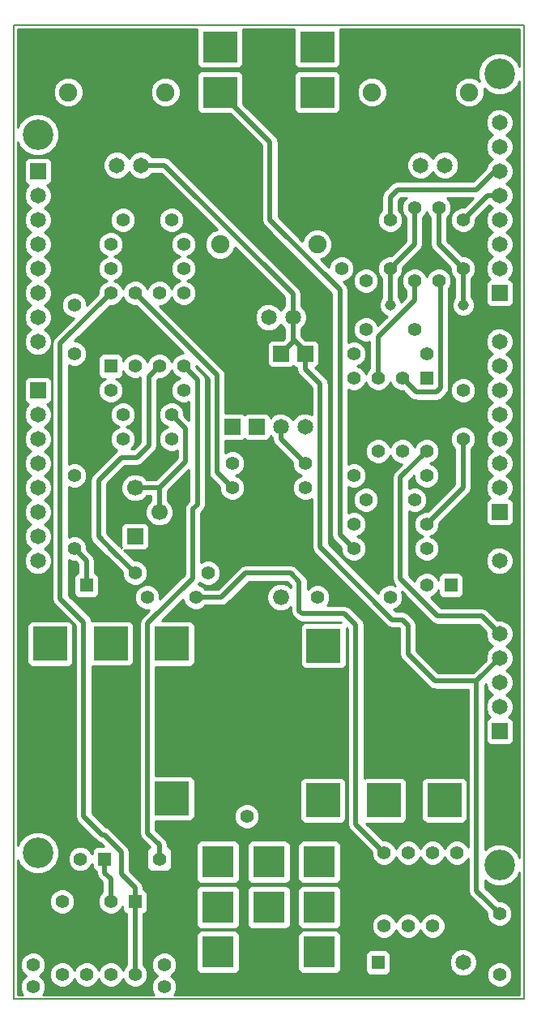
<source format=gtl>
G04 (created by PCBNEW (2013-03-10 BZR 3992)-stable) date 28/04/2014 23:58:44*
%MOIN*%
G04 Gerber Fmt 3.4, Leading zero omitted, Abs format*
%FSLAX34Y34*%
G01*
G70*
G90*
G04 APERTURE LIST*
%ADD10C,9.84252e-007*%
%ADD11C,0.00590551*%
%ADD12R,0.141732X0.129921*%
%ADD13C,0.066*%
%ADD14R,0.14X0.14*%
%ADD15R,0.0669291X0.0669291*%
%ADD16C,0.0669291*%
%ADD17C,0.075*%
%ADD18R,0.065X0.065*%
%ADD19C,0.065*%
%ADD20R,0.13X0.13*%
%ADD21R,0.055X0.055*%
%ADD22C,0.055*%
%ADD23R,0.065X0.06*%
%ADD24C,0.0551181*%
%ADD25C,0.0629921*%
%ADD26C,0.125984*%
%ADD27C,0.045*%
%ADD28C,0.019685*%
%ADD29C,0.01*%
G04 APERTURE END LIST*
G54D10*
G54D11*
X12500Y-50000D02*
X12000Y-50000D01*
X12000Y-50000D02*
X12500Y-50000D01*
X12000Y-10000D02*
X12000Y-50000D01*
X33000Y-10000D02*
X12000Y-10000D01*
X33000Y-50000D02*
X33000Y-10000D01*
X12000Y-50000D02*
X33000Y-50000D01*
G54D12*
X24500Y-12750D03*
X24510Y-14605D03*
X24495Y-10885D03*
X20500Y-12750D03*
X20510Y-14605D03*
X20495Y-10885D03*
G54D13*
X23000Y-33500D03*
X22000Y-33500D03*
G54D14*
X18515Y-35410D03*
X15995Y-35395D03*
X13505Y-35410D03*
X16010Y-41770D03*
X18518Y-41767D03*
X13520Y-41767D03*
X29737Y-41837D03*
X27240Y-41840D03*
X24735Y-41840D03*
X27240Y-35480D03*
X24760Y-35483D03*
X29737Y-35490D03*
G54D15*
X17000Y-31000D03*
G54D16*
X18000Y-30000D03*
X17000Y-29000D03*
G54D17*
X18250Y-12750D03*
X14250Y-12750D03*
G54D18*
X15250Y-15750D03*
G54D19*
X16250Y-15750D03*
X17250Y-15750D03*
G54D20*
X20417Y-48078D03*
X24590Y-48078D03*
X22503Y-48078D03*
X22503Y-46228D03*
X24590Y-46228D03*
X20417Y-46228D03*
X20417Y-44377D03*
X24590Y-44377D03*
X22503Y-44377D03*
G54D21*
X15000Y-33000D03*
G54D22*
X16000Y-33000D03*
G54D21*
X16000Y-24000D03*
G54D22*
X17000Y-24000D03*
X18000Y-24000D03*
X19000Y-24000D03*
X19000Y-21000D03*
X18000Y-21000D03*
X17000Y-21000D03*
X16000Y-21000D03*
X19000Y-25000D03*
X16000Y-25000D03*
X29000Y-30500D03*
X26000Y-30500D03*
X26000Y-31500D03*
X29000Y-31500D03*
X26000Y-28500D03*
X29000Y-28500D03*
X28250Y-44000D03*
X28250Y-47000D03*
X29250Y-47000D03*
X29250Y-44000D03*
X30250Y-47000D03*
X30250Y-44000D03*
X14500Y-31500D03*
X14500Y-28500D03*
X28500Y-17500D03*
X28500Y-20500D03*
X21000Y-28000D03*
X24000Y-28000D03*
X21600Y-42500D03*
X21600Y-39500D03*
X21000Y-29000D03*
X24000Y-29000D03*
X29500Y-17500D03*
X29500Y-20500D03*
X26000Y-23500D03*
X29000Y-23500D03*
X19000Y-19000D03*
X16000Y-19000D03*
X26500Y-20500D03*
X26500Y-17500D03*
X16000Y-20000D03*
X19000Y-20000D03*
X20000Y-32500D03*
X17000Y-32500D03*
X27250Y-44000D03*
X27250Y-47000D03*
G54D23*
X29500Y-48500D03*
G54D19*
X30500Y-48500D03*
G54D21*
X29000Y-24500D03*
G54D22*
X28000Y-24500D03*
X27000Y-24500D03*
X26000Y-24500D03*
X26000Y-27500D03*
X27000Y-27500D03*
X28000Y-27500D03*
X29000Y-27500D03*
G54D21*
X17000Y-46000D03*
G54D22*
X16000Y-46000D03*
X15000Y-46000D03*
X14000Y-46000D03*
X14000Y-49000D03*
X15000Y-49000D03*
X16000Y-49000D03*
X17000Y-49000D03*
G54D18*
X22000Y-26500D03*
G54D19*
X22000Y-23500D03*
G54D18*
X23000Y-23500D03*
G54D19*
X23000Y-26500D03*
G54D18*
X24000Y-23500D03*
G54D19*
X24000Y-26500D03*
G54D18*
X21000Y-26500D03*
G54D19*
X21000Y-23500D03*
G54D22*
X17500Y-33500D03*
X19500Y-33500D03*
X14500Y-23500D03*
X14500Y-21500D03*
X25500Y-20000D03*
X25500Y-18000D03*
X30500Y-18000D03*
X30500Y-20000D03*
X18500Y-26000D03*
X16500Y-26000D03*
G54D17*
X24500Y-19000D03*
X20500Y-19000D03*
G54D18*
X21500Y-22000D03*
G54D19*
X22500Y-22000D03*
X23500Y-22000D03*
G54D17*
X30750Y-12750D03*
X26750Y-12750D03*
G54D18*
X27750Y-15750D03*
G54D19*
X28750Y-15750D03*
X29750Y-15750D03*
G54D22*
X26500Y-22500D03*
X28500Y-22500D03*
X18500Y-18000D03*
X16500Y-18000D03*
X27500Y-18000D03*
X27500Y-20000D03*
G54D18*
X13000Y-25000D03*
G54D19*
X13000Y-26000D03*
X13000Y-27000D03*
X13000Y-28000D03*
X13000Y-29000D03*
X13000Y-30000D03*
X13000Y-31000D03*
X13000Y-32000D03*
G54D18*
X13000Y-16000D03*
G54D19*
X13000Y-17000D03*
X13000Y-18000D03*
X13000Y-19000D03*
X13000Y-20000D03*
X13000Y-21000D03*
X13000Y-22000D03*
X13000Y-23000D03*
G54D18*
X32000Y-30000D03*
G54D19*
X32000Y-29000D03*
X32000Y-28000D03*
X32000Y-27000D03*
X32000Y-26000D03*
X32000Y-25000D03*
X32000Y-24000D03*
X32000Y-23000D03*
G54D18*
X32000Y-39000D03*
G54D19*
X32000Y-38000D03*
X32000Y-37000D03*
X32000Y-36000D03*
X32000Y-35000D03*
X32000Y-34000D03*
X32000Y-33000D03*
X32000Y-32000D03*
G54D22*
X27500Y-33500D03*
X24500Y-33500D03*
X12800Y-48600D03*
X12800Y-46600D03*
G54D18*
X32000Y-21000D03*
G54D19*
X32000Y-20000D03*
X32000Y-19000D03*
X32000Y-18000D03*
X32000Y-17000D03*
X32000Y-16000D03*
X32000Y-15000D03*
X32000Y-14000D03*
G54D21*
X15750Y-44250D03*
G54D22*
X14750Y-44250D03*
X18000Y-44250D03*
G54D21*
X17000Y-44250D03*
G54D22*
X18200Y-48600D03*
X18200Y-46600D03*
G54D21*
X27000Y-48500D03*
G54D22*
X28000Y-48500D03*
X30500Y-25000D03*
X30500Y-27000D03*
X26500Y-29500D03*
X28500Y-29500D03*
G54D21*
X30000Y-33000D03*
G54D22*
X29000Y-33000D03*
X16500Y-27000D03*
X18500Y-27000D03*
G54D24*
X32000Y-46500D03*
X32000Y-49000D03*
G54D25*
X13000Y-33500D03*
G54D24*
X18200Y-49500D03*
X12800Y-49500D03*
X32000Y-47800D03*
G54D26*
X13000Y-44000D03*
X13000Y-14500D03*
X32000Y-12000D03*
X32000Y-44500D03*
G54D27*
X30500Y-21500D03*
X27500Y-21500D03*
G54D28*
X23500Y-22900D02*
X23500Y-23000D01*
X23500Y-23000D02*
X23000Y-23500D01*
X23500Y-22000D02*
X23500Y-22900D01*
X24000Y-23400D02*
X24000Y-23500D01*
X23500Y-22900D02*
X24000Y-23400D01*
X24620Y-24740D02*
X24000Y-24120D01*
X24000Y-23810D02*
X24000Y-24120D01*
X24000Y-23500D02*
X24000Y-23810D01*
X31059Y-36940D02*
X29340Y-36940D01*
X29340Y-36940D02*
X28235Y-35835D01*
X28235Y-35835D02*
X28235Y-34657D01*
X28235Y-34657D02*
X27994Y-34416D01*
X27994Y-34416D02*
X27590Y-34416D01*
X27590Y-34416D02*
X24620Y-31446D01*
X24620Y-31446D02*
X24620Y-24740D01*
X32000Y-36000D02*
X31059Y-36940D01*
X18216Y-15750D02*
X17250Y-15750D01*
X23500Y-21033D02*
X18216Y-15750D01*
X23500Y-22000D02*
X23500Y-21033D01*
X31059Y-36940D02*
X31059Y-45559D01*
X31059Y-45559D02*
X32000Y-46500D01*
X17000Y-49000D02*
X17000Y-46000D01*
X13922Y-23077D02*
X16000Y-21000D01*
X13922Y-33559D02*
X13922Y-23077D01*
X14889Y-34526D02*
X13922Y-33559D01*
X14889Y-42510D02*
X14889Y-34526D01*
X15639Y-43260D02*
X14889Y-42510D01*
X15728Y-43260D02*
X15639Y-43260D01*
X16429Y-43961D02*
X15728Y-43260D01*
X16429Y-44859D02*
X16429Y-43961D01*
X17000Y-45429D02*
X16429Y-44859D01*
X17000Y-46000D02*
X17000Y-45429D01*
X27924Y-28575D02*
X29000Y-27500D01*
X27924Y-32742D02*
X27924Y-28575D01*
X29458Y-34276D02*
X27924Y-32742D01*
X31276Y-34276D02*
X29458Y-34276D01*
X32000Y-35000D02*
X31276Y-34276D01*
X19570Y-24570D02*
X19000Y-24000D01*
X19570Y-29682D02*
X19570Y-24570D01*
X19373Y-29879D02*
X19570Y-29682D01*
X19373Y-32715D02*
X19373Y-29879D01*
X17515Y-34574D02*
X19373Y-32715D01*
X17515Y-43194D02*
X17515Y-34574D01*
X18000Y-43679D02*
X17515Y-43194D01*
X18000Y-44250D02*
X18000Y-43679D01*
X23000Y-26500D02*
X23000Y-27000D01*
X23000Y-27000D02*
X24000Y-28000D01*
X31500Y-17000D02*
X30500Y-18000D01*
X32000Y-17000D02*
X31500Y-17000D01*
X27500Y-18000D02*
X27500Y-17200D01*
X31800Y-16000D02*
X32000Y-16000D01*
X31050Y-16750D02*
X31800Y-16000D01*
X30550Y-16750D02*
X31050Y-16750D01*
X27800Y-16750D02*
X30550Y-16750D01*
X27500Y-17050D02*
X27800Y-16750D01*
X27500Y-17200D02*
X27500Y-17050D01*
X27000Y-22806D02*
X27000Y-24500D01*
X28500Y-21306D02*
X27000Y-22806D01*
X28500Y-20500D02*
X28500Y-21306D01*
X16000Y-45070D02*
X15750Y-44820D01*
X16000Y-46000D02*
X16000Y-45070D01*
X15750Y-44250D02*
X15750Y-44820D01*
X22549Y-14799D02*
X20500Y-12750D01*
X22549Y-17997D02*
X22549Y-14799D01*
X25429Y-20877D02*
X22549Y-17997D01*
X25429Y-30929D02*
X25429Y-20877D01*
X26000Y-31500D02*
X25429Y-30929D01*
X30500Y-21500D02*
X30500Y-20000D01*
X29500Y-19000D02*
X29500Y-17500D01*
X30500Y-20000D02*
X29500Y-19000D01*
X27500Y-21500D02*
X27500Y-20000D01*
X28500Y-19000D02*
X28500Y-17500D01*
X27500Y-20000D02*
X28500Y-19000D01*
X20379Y-28379D02*
X21000Y-29000D01*
X17000Y-21000D02*
X20379Y-24379D01*
X20379Y-24379D02*
X20379Y-28379D01*
X16122Y-31622D02*
X16112Y-31622D01*
X17080Y-27750D02*
X17570Y-27260D01*
X16440Y-27750D02*
X17080Y-27750D01*
X15495Y-28695D02*
X16440Y-27750D01*
X15495Y-31005D02*
X15495Y-28695D01*
X16112Y-31622D02*
X15495Y-31005D01*
X16122Y-31622D02*
X17000Y-32500D01*
X17570Y-24429D02*
X18000Y-24000D01*
X17570Y-27260D02*
X17570Y-24429D01*
X20560Y-33500D02*
X19500Y-33500D01*
X21555Y-32505D02*
X20560Y-33500D01*
X23400Y-32505D02*
X21555Y-32505D01*
X23760Y-32865D02*
X23400Y-32505D01*
X23760Y-34050D02*
X23760Y-32865D01*
X23890Y-34180D02*
X23760Y-34050D01*
X25620Y-34180D02*
X23890Y-34180D01*
X26085Y-34644D02*
X25620Y-34180D01*
X26085Y-40180D02*
X26085Y-34644D01*
X26085Y-40180D02*
X26085Y-42835D01*
X26085Y-42835D02*
X27250Y-44000D01*
X29580Y-20580D02*
X29500Y-20500D01*
X29580Y-24895D02*
X29580Y-20580D01*
X29404Y-25072D02*
X29580Y-24895D01*
X28572Y-25072D02*
X29404Y-25072D01*
X28000Y-24500D02*
X28572Y-25072D01*
X18000Y-29000D02*
X17000Y-29000D01*
X19078Y-27921D02*
X18000Y-29000D01*
X19078Y-26578D02*
X19078Y-27921D01*
X18500Y-26000D02*
X19078Y-26578D01*
X18000Y-29000D02*
X18000Y-30000D01*
X15000Y-32000D02*
X15000Y-33000D01*
X14500Y-31500D02*
X15000Y-32000D01*
X30500Y-29000D02*
X29000Y-30500D01*
X30500Y-27000D02*
X30500Y-29000D01*
G54D10*
G36*
X30714Y-43757D02*
X30692Y-43704D01*
X30683Y-43695D01*
X30683Y-42488D01*
X30683Y-41088D01*
X30646Y-40997D01*
X30577Y-40927D01*
X30486Y-40890D01*
X30388Y-40890D01*
X28988Y-40890D01*
X28897Y-40927D01*
X28827Y-40996D01*
X28790Y-41087D01*
X28790Y-41185D01*
X28790Y-42585D01*
X28827Y-42676D01*
X28896Y-42746D01*
X28987Y-42783D01*
X29085Y-42783D01*
X30485Y-42783D01*
X30576Y-42746D01*
X30646Y-42677D01*
X30683Y-42586D01*
X30683Y-42488D01*
X30683Y-43695D01*
X30545Y-43557D01*
X30354Y-43478D01*
X30146Y-43478D01*
X29954Y-43557D01*
X29807Y-43704D01*
X29749Y-43843D01*
X29692Y-43704D01*
X29545Y-43557D01*
X29354Y-43478D01*
X29146Y-43478D01*
X28954Y-43557D01*
X28807Y-43704D01*
X28749Y-43843D01*
X28692Y-43704D01*
X28545Y-43557D01*
X28354Y-43478D01*
X28146Y-43478D01*
X27954Y-43557D01*
X27807Y-43704D01*
X27749Y-43843D01*
X27692Y-43704D01*
X27545Y-43557D01*
X27354Y-43478D01*
X27216Y-43478D01*
X26525Y-42786D01*
X26588Y-42786D01*
X27988Y-42786D01*
X28079Y-42749D01*
X28149Y-42680D01*
X28186Y-42589D01*
X28186Y-42491D01*
X28186Y-41091D01*
X28149Y-41000D01*
X28080Y-40930D01*
X27989Y-40893D01*
X27891Y-40893D01*
X26491Y-40893D01*
X26430Y-40918D01*
X26430Y-40180D01*
X26430Y-34644D01*
X26404Y-34512D01*
X26329Y-34400D01*
X25865Y-33935D01*
X25752Y-33861D01*
X25620Y-33834D01*
X24903Y-33834D01*
X24942Y-33795D01*
X25021Y-33604D01*
X25021Y-33396D01*
X24942Y-33204D01*
X24795Y-33057D01*
X24604Y-32978D01*
X24396Y-32978D01*
X24204Y-33057D01*
X24105Y-33156D01*
X24105Y-32865D01*
X24105Y-32864D01*
X24105Y-32864D01*
X24100Y-32838D01*
X24078Y-32732D01*
X24078Y-32732D01*
X24004Y-32620D01*
X24004Y-32620D01*
X23644Y-32260D01*
X23532Y-32186D01*
X23400Y-32159D01*
X21555Y-32159D01*
X21554Y-32159D01*
X21528Y-32164D01*
X21422Y-32186D01*
X21310Y-32260D01*
X21310Y-32260D01*
X20416Y-33154D01*
X19892Y-33154D01*
X19795Y-33057D01*
X19604Y-32978D01*
X19599Y-32978D01*
X19617Y-32960D01*
X19659Y-32897D01*
X19704Y-32942D01*
X19895Y-33021D01*
X20103Y-33021D01*
X20295Y-32942D01*
X20442Y-32795D01*
X20521Y-32604D01*
X20521Y-32396D01*
X20442Y-32204D01*
X20295Y-32057D01*
X20104Y-31978D01*
X19896Y-31978D01*
X19718Y-32051D01*
X19718Y-30022D01*
X19814Y-29926D01*
X19889Y-29814D01*
X19915Y-29682D01*
X19915Y-24570D01*
X19915Y-24570D01*
X19915Y-24570D01*
X19910Y-24544D01*
X19889Y-24438D01*
X19889Y-24438D01*
X19814Y-24326D01*
X19814Y-24326D01*
X19521Y-24033D01*
X19521Y-24010D01*
X20034Y-24522D01*
X20034Y-28379D01*
X20060Y-28511D01*
X20135Y-28623D01*
X20478Y-28966D01*
X20478Y-29103D01*
X20557Y-29295D01*
X20704Y-29442D01*
X20895Y-29521D01*
X21103Y-29521D01*
X21295Y-29442D01*
X21442Y-29295D01*
X21521Y-29104D01*
X21521Y-28896D01*
X21442Y-28704D01*
X21295Y-28557D01*
X21156Y-28499D01*
X21295Y-28442D01*
X21442Y-28295D01*
X21521Y-28104D01*
X21521Y-27896D01*
X21442Y-27704D01*
X21295Y-27557D01*
X21104Y-27478D01*
X20896Y-27478D01*
X20724Y-27549D01*
X20724Y-27071D01*
X21373Y-27071D01*
X21464Y-27034D01*
X21500Y-26999D01*
X21534Y-27034D01*
X21625Y-27071D01*
X21723Y-27071D01*
X22373Y-27071D01*
X22464Y-27034D01*
X22534Y-26965D01*
X22569Y-26878D01*
X22654Y-26963D01*
X22654Y-27000D01*
X22681Y-27132D01*
X22755Y-27244D01*
X23478Y-27966D01*
X23478Y-28103D01*
X23557Y-28295D01*
X23704Y-28442D01*
X23843Y-28500D01*
X23704Y-28557D01*
X23557Y-28704D01*
X23478Y-28895D01*
X23478Y-29103D01*
X23557Y-29295D01*
X23704Y-29442D01*
X23895Y-29521D01*
X24103Y-29521D01*
X24275Y-29450D01*
X24275Y-31446D01*
X24301Y-31578D01*
X24376Y-31690D01*
X27346Y-34660D01*
X27346Y-34660D01*
X27458Y-34735D01*
X27458Y-34735D01*
X27564Y-34756D01*
X27590Y-34762D01*
X27590Y-34762D01*
X27590Y-34762D01*
X27851Y-34762D01*
X27890Y-34800D01*
X27890Y-35835D01*
X27916Y-35967D01*
X27991Y-36079D01*
X29096Y-37184D01*
X29096Y-37184D01*
X29208Y-37259D01*
X29208Y-37259D01*
X29314Y-37280D01*
X29340Y-37285D01*
X29340Y-37285D01*
X29340Y-37285D01*
X30714Y-37285D01*
X30714Y-43757D01*
X30714Y-43757D01*
G37*
G54D29*
X30714Y-43757D02*
X30692Y-43704D01*
X30683Y-43695D01*
X30683Y-42488D01*
X30683Y-41088D01*
X30646Y-40997D01*
X30577Y-40927D01*
X30486Y-40890D01*
X30388Y-40890D01*
X28988Y-40890D01*
X28897Y-40927D01*
X28827Y-40996D01*
X28790Y-41087D01*
X28790Y-41185D01*
X28790Y-42585D01*
X28827Y-42676D01*
X28896Y-42746D01*
X28987Y-42783D01*
X29085Y-42783D01*
X30485Y-42783D01*
X30576Y-42746D01*
X30646Y-42677D01*
X30683Y-42586D01*
X30683Y-42488D01*
X30683Y-43695D01*
X30545Y-43557D01*
X30354Y-43478D01*
X30146Y-43478D01*
X29954Y-43557D01*
X29807Y-43704D01*
X29749Y-43843D01*
X29692Y-43704D01*
X29545Y-43557D01*
X29354Y-43478D01*
X29146Y-43478D01*
X28954Y-43557D01*
X28807Y-43704D01*
X28749Y-43843D01*
X28692Y-43704D01*
X28545Y-43557D01*
X28354Y-43478D01*
X28146Y-43478D01*
X27954Y-43557D01*
X27807Y-43704D01*
X27749Y-43843D01*
X27692Y-43704D01*
X27545Y-43557D01*
X27354Y-43478D01*
X27216Y-43478D01*
X26525Y-42786D01*
X26588Y-42786D01*
X27988Y-42786D01*
X28079Y-42749D01*
X28149Y-42680D01*
X28186Y-42589D01*
X28186Y-42491D01*
X28186Y-41091D01*
X28149Y-41000D01*
X28080Y-40930D01*
X27989Y-40893D01*
X27891Y-40893D01*
X26491Y-40893D01*
X26430Y-40918D01*
X26430Y-40180D01*
X26430Y-34644D01*
X26404Y-34512D01*
X26329Y-34400D01*
X25865Y-33935D01*
X25752Y-33861D01*
X25620Y-33834D01*
X24903Y-33834D01*
X24942Y-33795D01*
X25021Y-33604D01*
X25021Y-33396D01*
X24942Y-33204D01*
X24795Y-33057D01*
X24604Y-32978D01*
X24396Y-32978D01*
X24204Y-33057D01*
X24105Y-33156D01*
X24105Y-32865D01*
X24105Y-32864D01*
X24105Y-32864D01*
X24100Y-32838D01*
X24078Y-32732D01*
X24078Y-32732D01*
X24004Y-32620D01*
X24004Y-32620D01*
X23644Y-32260D01*
X23532Y-32186D01*
X23400Y-32159D01*
X21555Y-32159D01*
X21554Y-32159D01*
X21528Y-32164D01*
X21422Y-32186D01*
X21310Y-32260D01*
X21310Y-32260D01*
X20416Y-33154D01*
X19892Y-33154D01*
X19795Y-33057D01*
X19604Y-32978D01*
X19599Y-32978D01*
X19617Y-32960D01*
X19659Y-32897D01*
X19704Y-32942D01*
X19895Y-33021D01*
X20103Y-33021D01*
X20295Y-32942D01*
X20442Y-32795D01*
X20521Y-32604D01*
X20521Y-32396D01*
X20442Y-32204D01*
X20295Y-32057D01*
X20104Y-31978D01*
X19896Y-31978D01*
X19718Y-32051D01*
X19718Y-30022D01*
X19814Y-29926D01*
X19889Y-29814D01*
X19915Y-29682D01*
X19915Y-24570D01*
X19915Y-24570D01*
X19915Y-24570D01*
X19910Y-24544D01*
X19889Y-24438D01*
X19889Y-24438D01*
X19814Y-24326D01*
X19814Y-24326D01*
X19521Y-24033D01*
X19521Y-24010D01*
X20034Y-24522D01*
X20034Y-28379D01*
X20060Y-28511D01*
X20135Y-28623D01*
X20478Y-28966D01*
X20478Y-29103D01*
X20557Y-29295D01*
X20704Y-29442D01*
X20895Y-29521D01*
X21103Y-29521D01*
X21295Y-29442D01*
X21442Y-29295D01*
X21521Y-29104D01*
X21521Y-28896D01*
X21442Y-28704D01*
X21295Y-28557D01*
X21156Y-28499D01*
X21295Y-28442D01*
X21442Y-28295D01*
X21521Y-28104D01*
X21521Y-27896D01*
X21442Y-27704D01*
X21295Y-27557D01*
X21104Y-27478D01*
X20896Y-27478D01*
X20724Y-27549D01*
X20724Y-27071D01*
X21373Y-27071D01*
X21464Y-27034D01*
X21500Y-26999D01*
X21534Y-27034D01*
X21625Y-27071D01*
X21723Y-27071D01*
X22373Y-27071D01*
X22464Y-27034D01*
X22534Y-26965D01*
X22569Y-26878D01*
X22654Y-26963D01*
X22654Y-27000D01*
X22681Y-27132D01*
X22755Y-27244D01*
X23478Y-27966D01*
X23478Y-28103D01*
X23557Y-28295D01*
X23704Y-28442D01*
X23843Y-28500D01*
X23704Y-28557D01*
X23557Y-28704D01*
X23478Y-28895D01*
X23478Y-29103D01*
X23557Y-29295D01*
X23704Y-29442D01*
X23895Y-29521D01*
X24103Y-29521D01*
X24275Y-29450D01*
X24275Y-31446D01*
X24301Y-31578D01*
X24376Y-31690D01*
X27346Y-34660D01*
X27346Y-34660D01*
X27458Y-34735D01*
X27458Y-34735D01*
X27564Y-34756D01*
X27590Y-34762D01*
X27590Y-34762D01*
X27590Y-34762D01*
X27851Y-34762D01*
X27890Y-34800D01*
X27890Y-35835D01*
X27916Y-35967D01*
X27991Y-36079D01*
X29096Y-37184D01*
X29096Y-37184D01*
X29208Y-37259D01*
X29208Y-37259D01*
X29314Y-37280D01*
X29340Y-37285D01*
X29340Y-37285D01*
X29340Y-37285D01*
X30714Y-37285D01*
X30714Y-43757D01*
G54D10*
G36*
X31712Y-35499D02*
X31676Y-35514D01*
X31515Y-35675D01*
X31428Y-35885D01*
X31428Y-36083D01*
X30916Y-36595D01*
X29483Y-36595D01*
X28580Y-35692D01*
X28580Y-34657D01*
X28580Y-34657D01*
X28580Y-34657D01*
X28575Y-34631D01*
X28554Y-34525D01*
X28554Y-34525D01*
X28479Y-34413D01*
X28479Y-34413D01*
X28238Y-34172D01*
X28126Y-34097D01*
X27994Y-34071D01*
X27733Y-34071D01*
X27660Y-33998D01*
X27795Y-33942D01*
X27942Y-33795D01*
X28021Y-33604D01*
X28021Y-33396D01*
X27973Y-33280D01*
X29214Y-34520D01*
X29214Y-34520D01*
X29281Y-34565D01*
X29326Y-34595D01*
X29326Y-34595D01*
X29458Y-34622D01*
X31133Y-34622D01*
X31428Y-34916D01*
X31428Y-35113D01*
X31514Y-35323D01*
X31675Y-35484D01*
X31712Y-35499D01*
X31712Y-35499D01*
G37*
G54D29*
X31712Y-35499D02*
X31676Y-35514D01*
X31515Y-35675D01*
X31428Y-35885D01*
X31428Y-36083D01*
X30916Y-36595D01*
X29483Y-36595D01*
X28580Y-35692D01*
X28580Y-34657D01*
X28580Y-34657D01*
X28580Y-34657D01*
X28575Y-34631D01*
X28554Y-34525D01*
X28554Y-34525D01*
X28479Y-34413D01*
X28479Y-34413D01*
X28238Y-34172D01*
X28126Y-34097D01*
X27994Y-34071D01*
X27733Y-34071D01*
X27660Y-33998D01*
X27795Y-33942D01*
X27942Y-33795D01*
X28021Y-33604D01*
X28021Y-33396D01*
X27973Y-33280D01*
X29214Y-34520D01*
X29214Y-34520D01*
X29281Y-34565D01*
X29326Y-34595D01*
X29326Y-34595D01*
X29458Y-34622D01*
X31133Y-34622D01*
X31428Y-34916D01*
X31428Y-35113D01*
X31514Y-35323D01*
X31675Y-35484D01*
X31712Y-35499D01*
G54D10*
G36*
X32822Y-49822D02*
X32522Y-49822D01*
X32522Y-48896D01*
X32443Y-48704D01*
X32296Y-48557D01*
X32104Y-48477D01*
X31896Y-48477D01*
X31704Y-48556D01*
X31557Y-48703D01*
X31477Y-48895D01*
X31477Y-49103D01*
X31556Y-49295D01*
X31703Y-49442D01*
X31895Y-49522D01*
X32103Y-49522D01*
X32295Y-49443D01*
X32442Y-49296D01*
X32522Y-49104D01*
X32522Y-48896D01*
X32522Y-49822D01*
X31071Y-49822D01*
X31071Y-48386D01*
X30985Y-48176D01*
X30824Y-48015D01*
X30614Y-47928D01*
X30386Y-47928D01*
X30176Y-48014D01*
X30015Y-48175D01*
X29928Y-48385D01*
X29928Y-48613D01*
X30014Y-48823D01*
X30175Y-48984D01*
X30385Y-49071D01*
X30613Y-49071D01*
X30823Y-48985D01*
X30984Y-48824D01*
X31071Y-48614D01*
X31071Y-48386D01*
X31071Y-49822D01*
X29771Y-49822D01*
X29771Y-46896D01*
X29692Y-46704D01*
X29545Y-46557D01*
X29354Y-46478D01*
X29146Y-46478D01*
X28954Y-46557D01*
X28807Y-46704D01*
X28749Y-46843D01*
X28692Y-46704D01*
X28545Y-46557D01*
X28354Y-46478D01*
X28146Y-46478D01*
X27954Y-46557D01*
X27807Y-46704D01*
X27749Y-46843D01*
X27692Y-46704D01*
X27545Y-46557D01*
X27354Y-46478D01*
X27146Y-46478D01*
X26954Y-46557D01*
X26807Y-46704D01*
X26728Y-46895D01*
X26728Y-47103D01*
X26807Y-47295D01*
X26954Y-47442D01*
X27145Y-47521D01*
X27353Y-47521D01*
X27545Y-47442D01*
X27692Y-47295D01*
X27750Y-47156D01*
X27807Y-47295D01*
X27954Y-47442D01*
X28145Y-47521D01*
X28353Y-47521D01*
X28545Y-47442D01*
X28692Y-47295D01*
X28750Y-47156D01*
X28807Y-47295D01*
X28954Y-47442D01*
X29145Y-47521D01*
X29353Y-47521D01*
X29545Y-47442D01*
X29692Y-47295D01*
X29771Y-47104D01*
X29771Y-46896D01*
X29771Y-49822D01*
X27521Y-49822D01*
X27521Y-48726D01*
X27521Y-48176D01*
X27484Y-48085D01*
X27415Y-48015D01*
X27324Y-47978D01*
X27226Y-47978D01*
X26676Y-47978D01*
X26585Y-48015D01*
X26515Y-48084D01*
X26478Y-48175D01*
X26478Y-48273D01*
X26478Y-48823D01*
X26515Y-48914D01*
X26584Y-48984D01*
X26675Y-49021D01*
X26773Y-49021D01*
X27323Y-49021D01*
X27414Y-48984D01*
X27484Y-48915D01*
X27521Y-48824D01*
X27521Y-48726D01*
X27521Y-49822D01*
X25681Y-49822D01*
X25681Y-42491D01*
X25681Y-41091D01*
X25644Y-41000D01*
X25575Y-40930D01*
X25484Y-40893D01*
X25386Y-40893D01*
X23986Y-40893D01*
X23895Y-40930D01*
X23825Y-40999D01*
X23788Y-41090D01*
X23788Y-41188D01*
X23788Y-42588D01*
X23825Y-42679D01*
X23894Y-42749D01*
X23985Y-42786D01*
X24083Y-42786D01*
X25483Y-42786D01*
X25574Y-42749D01*
X25644Y-42680D01*
X25681Y-42589D01*
X25681Y-42491D01*
X25681Y-49822D01*
X25487Y-49822D01*
X25487Y-48679D01*
X25487Y-47379D01*
X25487Y-46829D01*
X25487Y-45529D01*
X25487Y-44979D01*
X25487Y-43679D01*
X25449Y-43588D01*
X25380Y-43518D01*
X25289Y-43481D01*
X25191Y-43481D01*
X23891Y-43481D01*
X23800Y-43518D01*
X23731Y-43587D01*
X23693Y-43678D01*
X23693Y-43776D01*
X23693Y-45076D01*
X23731Y-45167D01*
X23800Y-45237D01*
X23891Y-45274D01*
X23989Y-45274D01*
X25289Y-45274D01*
X25380Y-45237D01*
X25449Y-45167D01*
X25487Y-45077D01*
X25487Y-44979D01*
X25487Y-45529D01*
X25449Y-45438D01*
X25380Y-45369D01*
X25289Y-45331D01*
X25191Y-45331D01*
X23891Y-45331D01*
X23800Y-45368D01*
X23731Y-45438D01*
X23693Y-45529D01*
X23693Y-45627D01*
X23693Y-46927D01*
X23731Y-47017D01*
X23800Y-47087D01*
X23891Y-47125D01*
X23989Y-47125D01*
X25289Y-47125D01*
X25380Y-47087D01*
X25449Y-47018D01*
X25487Y-46927D01*
X25487Y-46829D01*
X25487Y-47379D01*
X25449Y-47289D01*
X25380Y-47219D01*
X25289Y-47181D01*
X25191Y-47181D01*
X23891Y-47181D01*
X23800Y-47219D01*
X23731Y-47288D01*
X23693Y-47379D01*
X23693Y-47477D01*
X23693Y-48777D01*
X23731Y-48868D01*
X23800Y-48937D01*
X23891Y-48975D01*
X23989Y-48975D01*
X25289Y-48975D01*
X25380Y-48938D01*
X25449Y-48868D01*
X25487Y-48778D01*
X25487Y-48679D01*
X25487Y-49822D01*
X23400Y-49822D01*
X23400Y-46829D01*
X23400Y-45529D01*
X23400Y-44979D01*
X23400Y-43679D01*
X23363Y-43588D01*
X23293Y-43518D01*
X23203Y-43481D01*
X23105Y-43481D01*
X22121Y-43481D01*
X22121Y-42396D01*
X22042Y-42204D01*
X21895Y-42057D01*
X21704Y-41978D01*
X21496Y-41978D01*
X21304Y-42057D01*
X21157Y-42204D01*
X21078Y-42395D01*
X21078Y-42603D01*
X21157Y-42795D01*
X21304Y-42942D01*
X21495Y-43021D01*
X21703Y-43021D01*
X21895Y-42942D01*
X22042Y-42795D01*
X22121Y-42604D01*
X22121Y-42396D01*
X22121Y-43481D01*
X21805Y-43481D01*
X21714Y-43518D01*
X21644Y-43587D01*
X21607Y-43678D01*
X21607Y-43776D01*
X21607Y-45076D01*
X21644Y-45167D01*
X21713Y-45237D01*
X21804Y-45274D01*
X21902Y-45274D01*
X23202Y-45274D01*
X23293Y-45237D01*
X23363Y-45167D01*
X23400Y-45077D01*
X23400Y-44979D01*
X23400Y-45529D01*
X23363Y-45438D01*
X23293Y-45369D01*
X23203Y-45331D01*
X23105Y-45331D01*
X21805Y-45331D01*
X21714Y-45368D01*
X21644Y-45438D01*
X21607Y-45529D01*
X21607Y-45627D01*
X21607Y-46927D01*
X21644Y-47017D01*
X21713Y-47087D01*
X21804Y-47125D01*
X21902Y-47125D01*
X23202Y-47125D01*
X23293Y-47087D01*
X23363Y-47018D01*
X23400Y-46927D01*
X23400Y-46829D01*
X23400Y-49822D01*
X21314Y-49822D01*
X21314Y-48679D01*
X21314Y-47379D01*
X21314Y-46829D01*
X21314Y-45529D01*
X21314Y-44979D01*
X21314Y-43679D01*
X21276Y-43588D01*
X21207Y-43518D01*
X21116Y-43481D01*
X21018Y-43481D01*
X19718Y-43481D01*
X19627Y-43518D01*
X19558Y-43587D01*
X19520Y-43678D01*
X19520Y-43776D01*
X19520Y-45076D01*
X19557Y-45167D01*
X19627Y-45237D01*
X19718Y-45274D01*
X19816Y-45274D01*
X21116Y-45274D01*
X21206Y-45237D01*
X21276Y-45167D01*
X21314Y-45077D01*
X21314Y-44979D01*
X21314Y-45529D01*
X21276Y-45438D01*
X21207Y-45369D01*
X21116Y-45331D01*
X21018Y-45331D01*
X19718Y-45331D01*
X19627Y-45368D01*
X19558Y-45438D01*
X19520Y-45529D01*
X19520Y-45627D01*
X19520Y-46927D01*
X19557Y-47017D01*
X19627Y-47087D01*
X19718Y-47125D01*
X19816Y-47125D01*
X21116Y-47125D01*
X21206Y-47087D01*
X21276Y-47018D01*
X21314Y-46927D01*
X21314Y-46829D01*
X21314Y-47379D01*
X21276Y-47289D01*
X21207Y-47219D01*
X21116Y-47181D01*
X21018Y-47181D01*
X19718Y-47181D01*
X19627Y-47219D01*
X19558Y-47288D01*
X19520Y-47379D01*
X19520Y-47477D01*
X19520Y-48777D01*
X19557Y-48868D01*
X19627Y-48937D01*
X19718Y-48975D01*
X19816Y-48975D01*
X21116Y-48975D01*
X21206Y-48938D01*
X21276Y-48868D01*
X21314Y-48778D01*
X21314Y-48679D01*
X21314Y-49822D01*
X18616Y-49822D01*
X18642Y-49796D01*
X18722Y-49604D01*
X18722Y-49396D01*
X18643Y-49204D01*
X18496Y-49057D01*
X18478Y-49049D01*
X18495Y-49042D01*
X18642Y-48895D01*
X18721Y-48704D01*
X18721Y-48496D01*
X18642Y-48304D01*
X18495Y-48157D01*
X18304Y-48078D01*
X18096Y-48078D01*
X17904Y-48157D01*
X17757Y-48304D01*
X17678Y-48495D01*
X17678Y-48703D01*
X17757Y-48895D01*
X17904Y-49042D01*
X17921Y-49049D01*
X17904Y-49056D01*
X17757Y-49203D01*
X17677Y-49395D01*
X17677Y-49603D01*
X17756Y-49795D01*
X17783Y-49822D01*
X13216Y-49822D01*
X13242Y-49796D01*
X13322Y-49604D01*
X13322Y-49396D01*
X13243Y-49204D01*
X13096Y-49057D01*
X13078Y-49049D01*
X13095Y-49042D01*
X13242Y-48895D01*
X13321Y-48704D01*
X13321Y-48496D01*
X13242Y-48304D01*
X13095Y-48157D01*
X12904Y-48078D01*
X12696Y-48078D01*
X12504Y-48157D01*
X12357Y-48304D01*
X12278Y-48495D01*
X12278Y-48703D01*
X12357Y-48895D01*
X12504Y-49042D01*
X12521Y-49049D01*
X12504Y-49056D01*
X12357Y-49203D01*
X12277Y-49395D01*
X12277Y-49603D01*
X12356Y-49795D01*
X12383Y-49822D01*
X12177Y-49822D01*
X12177Y-44306D01*
X12256Y-44496D01*
X12502Y-44742D01*
X12824Y-44876D01*
X13173Y-44876D01*
X13496Y-44743D01*
X13742Y-44497D01*
X13876Y-44175D01*
X13876Y-43826D01*
X13743Y-43503D01*
X13497Y-43257D01*
X13175Y-43123D01*
X12826Y-43123D01*
X12503Y-43256D01*
X12257Y-43502D01*
X12177Y-43693D01*
X12177Y-14806D01*
X12256Y-14996D01*
X12502Y-15242D01*
X12824Y-15376D01*
X13173Y-15376D01*
X13496Y-15243D01*
X13742Y-14997D01*
X13876Y-14675D01*
X13876Y-14326D01*
X13743Y-14003D01*
X13497Y-13757D01*
X13175Y-13623D01*
X12826Y-13623D01*
X12503Y-13756D01*
X12257Y-14002D01*
X12177Y-14193D01*
X12177Y-10177D01*
X19542Y-10177D01*
X19539Y-10186D01*
X19539Y-10284D01*
X19539Y-11583D01*
X19576Y-11674D01*
X19646Y-11743D01*
X19737Y-11781D01*
X19835Y-11781D01*
X21252Y-11781D01*
X21343Y-11743D01*
X21412Y-11674D01*
X21450Y-11583D01*
X21450Y-11485D01*
X21450Y-10186D01*
X21447Y-10177D01*
X23542Y-10177D01*
X23539Y-10186D01*
X23539Y-10284D01*
X23539Y-11583D01*
X23576Y-11674D01*
X23646Y-11743D01*
X23737Y-11781D01*
X23835Y-11781D01*
X25252Y-11781D01*
X25343Y-11743D01*
X25412Y-11674D01*
X25450Y-11583D01*
X25450Y-11485D01*
X25450Y-10186D01*
X25447Y-10177D01*
X32822Y-10177D01*
X32822Y-11693D01*
X32743Y-11503D01*
X32497Y-11257D01*
X32175Y-11123D01*
X31826Y-11123D01*
X31503Y-11256D01*
X31257Y-11502D01*
X31123Y-11824D01*
X31123Y-12173D01*
X31172Y-12292D01*
X31102Y-12223D01*
X30874Y-12128D01*
X30626Y-12128D01*
X30398Y-12222D01*
X30223Y-12397D01*
X30128Y-12625D01*
X30128Y-12873D01*
X30222Y-13101D01*
X30397Y-13276D01*
X30625Y-13371D01*
X30873Y-13371D01*
X31101Y-13277D01*
X31276Y-13102D01*
X31371Y-12874D01*
X31371Y-12626D01*
X31361Y-12601D01*
X31502Y-12742D01*
X31824Y-12876D01*
X32173Y-12876D01*
X32496Y-12743D01*
X32742Y-12497D01*
X32822Y-12306D01*
X32822Y-44193D01*
X32743Y-44003D01*
X32497Y-43757D01*
X32175Y-43623D01*
X31826Y-43623D01*
X31503Y-43756D01*
X31404Y-43855D01*
X31404Y-37083D01*
X31428Y-37060D01*
X31428Y-37113D01*
X31514Y-37323D01*
X31675Y-37484D01*
X31712Y-37499D01*
X31676Y-37514D01*
X31515Y-37675D01*
X31428Y-37885D01*
X31428Y-38113D01*
X31514Y-38323D01*
X31621Y-38430D01*
X31535Y-38465D01*
X31465Y-38534D01*
X31428Y-38625D01*
X31428Y-38723D01*
X31428Y-39373D01*
X31465Y-39464D01*
X31534Y-39534D01*
X31625Y-39571D01*
X31723Y-39571D01*
X32373Y-39571D01*
X32464Y-39534D01*
X32534Y-39465D01*
X32571Y-39374D01*
X32571Y-39276D01*
X32571Y-38626D01*
X32534Y-38535D01*
X32465Y-38465D01*
X32378Y-38430D01*
X32484Y-38324D01*
X32571Y-38114D01*
X32571Y-37886D01*
X32485Y-37676D01*
X32324Y-37515D01*
X32287Y-37500D01*
X32323Y-37485D01*
X32484Y-37324D01*
X32571Y-37114D01*
X32571Y-36886D01*
X32485Y-36676D01*
X32324Y-36515D01*
X32287Y-36500D01*
X32323Y-36485D01*
X32484Y-36324D01*
X32571Y-36114D01*
X32571Y-35886D01*
X32485Y-35676D01*
X32324Y-35515D01*
X32287Y-35500D01*
X32323Y-35485D01*
X32484Y-35324D01*
X32571Y-35114D01*
X32571Y-34886D01*
X32571Y-31886D01*
X32571Y-28886D01*
X32485Y-28676D01*
X32324Y-28515D01*
X32287Y-28500D01*
X32323Y-28485D01*
X32484Y-28324D01*
X32571Y-28114D01*
X32571Y-27886D01*
X32485Y-27676D01*
X32324Y-27515D01*
X32287Y-27500D01*
X32323Y-27485D01*
X32484Y-27324D01*
X32571Y-27114D01*
X32571Y-26886D01*
X32485Y-26676D01*
X32324Y-26515D01*
X32287Y-26500D01*
X32323Y-26485D01*
X32484Y-26324D01*
X32571Y-26114D01*
X32571Y-25886D01*
X32485Y-25676D01*
X32324Y-25515D01*
X32287Y-25500D01*
X32323Y-25485D01*
X32484Y-25324D01*
X32571Y-25114D01*
X32571Y-24886D01*
X32485Y-24676D01*
X32324Y-24515D01*
X32287Y-24500D01*
X32323Y-24485D01*
X32484Y-24324D01*
X32571Y-24114D01*
X32571Y-23886D01*
X32485Y-23676D01*
X32324Y-23515D01*
X32287Y-23500D01*
X32323Y-23485D01*
X32484Y-23324D01*
X32571Y-23114D01*
X32571Y-22886D01*
X32571Y-19886D01*
X32485Y-19676D01*
X32324Y-19515D01*
X32287Y-19500D01*
X32323Y-19485D01*
X32484Y-19324D01*
X32571Y-19114D01*
X32571Y-18886D01*
X32485Y-18676D01*
X32324Y-18515D01*
X32287Y-18500D01*
X32323Y-18485D01*
X32484Y-18324D01*
X32571Y-18114D01*
X32571Y-17886D01*
X32485Y-17676D01*
X32324Y-17515D01*
X32287Y-17500D01*
X32323Y-17485D01*
X32484Y-17324D01*
X32571Y-17114D01*
X32571Y-16886D01*
X32485Y-16676D01*
X32324Y-16515D01*
X32287Y-16500D01*
X32323Y-16485D01*
X32484Y-16324D01*
X32571Y-16114D01*
X32571Y-15886D01*
X32485Y-15676D01*
X32324Y-15515D01*
X32287Y-15500D01*
X32323Y-15485D01*
X32484Y-15324D01*
X32571Y-15114D01*
X32571Y-14886D01*
X32485Y-14676D01*
X32324Y-14515D01*
X32287Y-14500D01*
X32323Y-14485D01*
X32484Y-14324D01*
X32571Y-14114D01*
X32571Y-13886D01*
X32485Y-13676D01*
X32324Y-13515D01*
X32114Y-13428D01*
X31886Y-13428D01*
X31676Y-13514D01*
X31515Y-13675D01*
X31428Y-13885D01*
X31428Y-14113D01*
X31514Y-14323D01*
X31675Y-14484D01*
X31712Y-14499D01*
X31676Y-14514D01*
X31515Y-14675D01*
X31428Y-14885D01*
X31428Y-15113D01*
X31514Y-15323D01*
X31675Y-15484D01*
X31712Y-15499D01*
X31676Y-15514D01*
X31515Y-15675D01*
X31429Y-15881D01*
X30906Y-16404D01*
X30550Y-16404D01*
X30321Y-16404D01*
X30321Y-15636D01*
X30235Y-15426D01*
X30074Y-15265D01*
X29864Y-15178D01*
X29636Y-15178D01*
X29426Y-15264D01*
X29265Y-15425D01*
X29250Y-15462D01*
X29235Y-15426D01*
X29074Y-15265D01*
X28864Y-15178D01*
X28636Y-15178D01*
X28426Y-15264D01*
X28265Y-15425D01*
X28178Y-15635D01*
X28178Y-15863D01*
X28264Y-16073D01*
X28425Y-16234D01*
X28635Y-16321D01*
X28863Y-16321D01*
X29073Y-16235D01*
X29234Y-16074D01*
X29249Y-16037D01*
X29264Y-16073D01*
X29425Y-16234D01*
X29635Y-16321D01*
X29863Y-16321D01*
X30073Y-16235D01*
X30234Y-16074D01*
X30321Y-15864D01*
X30321Y-15636D01*
X30321Y-16404D01*
X27800Y-16404D01*
X27799Y-16404D01*
X27773Y-16409D01*
X27667Y-16431D01*
X27555Y-16505D01*
X27555Y-16505D01*
X27371Y-16689D01*
X27371Y-12626D01*
X27277Y-12398D01*
X27102Y-12223D01*
X26874Y-12128D01*
X26626Y-12128D01*
X26398Y-12222D01*
X26223Y-12397D01*
X26128Y-12625D01*
X26128Y-12873D01*
X26222Y-13101D01*
X26397Y-13276D01*
X26625Y-13371D01*
X26873Y-13371D01*
X27101Y-13277D01*
X27276Y-13102D01*
X27371Y-12874D01*
X27371Y-12626D01*
X27371Y-16689D01*
X27255Y-16805D01*
X27181Y-16917D01*
X27154Y-17050D01*
X27154Y-17200D01*
X27154Y-17607D01*
X27057Y-17704D01*
X26978Y-17895D01*
X26978Y-18103D01*
X27057Y-18295D01*
X27204Y-18442D01*
X27395Y-18521D01*
X27603Y-18521D01*
X27795Y-18442D01*
X27942Y-18295D01*
X28021Y-18104D01*
X28021Y-17896D01*
X27942Y-17704D01*
X27845Y-17607D01*
X27845Y-17200D01*
X27845Y-17193D01*
X27943Y-17095D01*
X28166Y-17095D01*
X28057Y-17204D01*
X27978Y-17395D01*
X27978Y-17603D01*
X28057Y-17795D01*
X28154Y-17892D01*
X28154Y-18856D01*
X27533Y-19478D01*
X27396Y-19478D01*
X27204Y-19557D01*
X27057Y-19704D01*
X26978Y-19895D01*
X26978Y-20103D01*
X27057Y-20295D01*
X27154Y-20392D01*
X27154Y-21177D01*
X27100Y-21232D01*
X27028Y-21405D01*
X27028Y-21593D01*
X27099Y-21766D01*
X27232Y-21899D01*
X27363Y-21954D01*
X27021Y-22296D01*
X27021Y-20396D01*
X26942Y-20204D01*
X26795Y-20057D01*
X26604Y-19978D01*
X26396Y-19978D01*
X26204Y-20057D01*
X26057Y-20204D01*
X25978Y-20395D01*
X25978Y-20603D01*
X26057Y-20795D01*
X26204Y-20942D01*
X26395Y-21021D01*
X26603Y-21021D01*
X26795Y-20942D01*
X26942Y-20795D01*
X27021Y-20604D01*
X27021Y-20396D01*
X27021Y-22296D01*
X26992Y-22325D01*
X26942Y-22204D01*
X26795Y-22057D01*
X26604Y-21978D01*
X26396Y-21978D01*
X26204Y-22057D01*
X26057Y-22204D01*
X25978Y-22395D01*
X25978Y-22603D01*
X26057Y-22795D01*
X26204Y-22942D01*
X26395Y-23021D01*
X26603Y-23021D01*
X26654Y-23000D01*
X26654Y-24107D01*
X26557Y-24204D01*
X26499Y-24343D01*
X26442Y-24204D01*
X26295Y-24057D01*
X26156Y-23999D01*
X26295Y-23942D01*
X26442Y-23795D01*
X26521Y-23604D01*
X26521Y-23396D01*
X26442Y-23204D01*
X26295Y-23057D01*
X26104Y-22978D01*
X25896Y-22978D01*
X25774Y-23028D01*
X25774Y-20877D01*
X25748Y-20745D01*
X25748Y-20745D01*
X25673Y-20633D01*
X25673Y-20633D01*
X25562Y-20521D01*
X25603Y-20521D01*
X25795Y-20442D01*
X25942Y-20295D01*
X26021Y-20104D01*
X26021Y-19896D01*
X25942Y-19704D01*
X25795Y-19557D01*
X25604Y-19478D01*
X25455Y-19478D01*
X25455Y-13350D01*
X25455Y-12051D01*
X25418Y-11960D01*
X25348Y-11891D01*
X25257Y-11853D01*
X25159Y-11853D01*
X23742Y-11853D01*
X23651Y-11891D01*
X23582Y-11960D01*
X23544Y-12051D01*
X23544Y-12149D01*
X23544Y-13448D01*
X23581Y-13539D01*
X23651Y-13608D01*
X23742Y-13646D01*
X23840Y-13646D01*
X25257Y-13646D01*
X25348Y-13608D01*
X25417Y-13539D01*
X25455Y-13448D01*
X25455Y-13350D01*
X25455Y-19478D01*
X25396Y-19478D01*
X25204Y-19557D01*
X25057Y-19704D01*
X24978Y-19895D01*
X24978Y-19937D01*
X24650Y-19610D01*
X24851Y-19527D01*
X25026Y-19352D01*
X25121Y-19124D01*
X25121Y-18876D01*
X25027Y-18648D01*
X24852Y-18473D01*
X24624Y-18378D01*
X24376Y-18378D01*
X24148Y-18472D01*
X23973Y-18647D01*
X23889Y-18849D01*
X22895Y-17854D01*
X22895Y-14799D01*
X22895Y-14799D01*
X22895Y-14799D01*
X22889Y-14773D01*
X22868Y-14667D01*
X22868Y-14667D01*
X22794Y-14555D01*
X22794Y-14555D01*
X21455Y-13217D01*
X21455Y-12051D01*
X21418Y-11960D01*
X21348Y-11891D01*
X21257Y-11853D01*
X21159Y-11853D01*
X19742Y-11853D01*
X19651Y-11891D01*
X19582Y-11960D01*
X19544Y-12051D01*
X19544Y-12149D01*
X19544Y-13448D01*
X19581Y-13539D01*
X19651Y-13608D01*
X19742Y-13646D01*
X19840Y-13646D01*
X20908Y-13646D01*
X22204Y-14942D01*
X22204Y-17997D01*
X22230Y-18130D01*
X22305Y-18242D01*
X25084Y-21020D01*
X25084Y-30929D01*
X25110Y-31061D01*
X25185Y-31173D01*
X25478Y-31466D01*
X25478Y-31603D01*
X25557Y-31795D01*
X25704Y-31942D01*
X25895Y-32021D01*
X26103Y-32021D01*
X26295Y-31942D01*
X26442Y-31795D01*
X26521Y-31604D01*
X26521Y-31396D01*
X26442Y-31204D01*
X26295Y-31057D01*
X26156Y-30999D01*
X26295Y-30942D01*
X26442Y-30795D01*
X26521Y-30604D01*
X26521Y-30396D01*
X26442Y-30204D01*
X26295Y-30057D01*
X26104Y-29978D01*
X25896Y-29978D01*
X25774Y-30028D01*
X25774Y-28971D01*
X25895Y-29021D01*
X26103Y-29021D01*
X26295Y-28942D01*
X26442Y-28795D01*
X26521Y-28604D01*
X26521Y-28396D01*
X26442Y-28204D01*
X26295Y-28057D01*
X26104Y-27978D01*
X25896Y-27978D01*
X25774Y-28028D01*
X25774Y-24971D01*
X25895Y-25021D01*
X26103Y-25021D01*
X26295Y-24942D01*
X26442Y-24795D01*
X26500Y-24656D01*
X26557Y-24795D01*
X26704Y-24942D01*
X26895Y-25021D01*
X27103Y-25021D01*
X27295Y-24942D01*
X27442Y-24795D01*
X27500Y-24656D01*
X27557Y-24795D01*
X27704Y-24942D01*
X27895Y-25021D01*
X28033Y-25021D01*
X28327Y-25316D01*
X28327Y-25316D01*
X28439Y-25391D01*
X28439Y-25391D01*
X28545Y-25412D01*
X28572Y-25417D01*
X28572Y-25417D01*
X28572Y-25417D01*
X29404Y-25417D01*
X29536Y-25391D01*
X29648Y-25316D01*
X29824Y-25139D01*
X29824Y-25139D01*
X29824Y-25139D01*
X29899Y-25027D01*
X29899Y-25027D01*
X29925Y-24895D01*
X29925Y-20812D01*
X29942Y-20795D01*
X30021Y-20604D01*
X30021Y-20396D01*
X29942Y-20204D01*
X29795Y-20057D01*
X29604Y-19978D01*
X29396Y-19978D01*
X29204Y-20057D01*
X29057Y-20204D01*
X28999Y-20343D01*
X28942Y-20204D01*
X28795Y-20057D01*
X28604Y-19978D01*
X28396Y-19978D01*
X28204Y-20057D01*
X28057Y-20204D01*
X27978Y-20395D01*
X27978Y-20603D01*
X28057Y-20795D01*
X28154Y-20892D01*
X28154Y-21163D01*
X27954Y-21364D01*
X27900Y-21233D01*
X27845Y-21177D01*
X27845Y-20392D01*
X27942Y-20295D01*
X28021Y-20104D01*
X28021Y-19966D01*
X28744Y-19244D01*
X28744Y-19244D01*
X28744Y-19244D01*
X28789Y-19176D01*
X28818Y-19132D01*
X28818Y-19132D01*
X28845Y-19000D01*
X28845Y-17892D01*
X28942Y-17795D01*
X29000Y-17656D01*
X29057Y-17795D01*
X29154Y-17892D01*
X29154Y-19000D01*
X29181Y-19132D01*
X29255Y-19244D01*
X29978Y-19966D01*
X29978Y-20103D01*
X30057Y-20295D01*
X30154Y-20392D01*
X30154Y-21177D01*
X30100Y-21232D01*
X30028Y-21405D01*
X30028Y-21593D01*
X30099Y-21766D01*
X30232Y-21899D01*
X30405Y-21971D01*
X30593Y-21971D01*
X30766Y-21900D01*
X30899Y-21767D01*
X30971Y-21594D01*
X30971Y-21406D01*
X30900Y-21233D01*
X30845Y-21177D01*
X30845Y-20392D01*
X30942Y-20295D01*
X31021Y-20104D01*
X31021Y-19896D01*
X30942Y-19704D01*
X30795Y-19557D01*
X30604Y-19478D01*
X30466Y-19478D01*
X29845Y-18856D01*
X29845Y-17892D01*
X29942Y-17795D01*
X30021Y-17604D01*
X30021Y-17396D01*
X29942Y-17204D01*
X29833Y-17095D01*
X30550Y-17095D01*
X30916Y-17095D01*
X30533Y-17478D01*
X30396Y-17478D01*
X30204Y-17557D01*
X30057Y-17704D01*
X29978Y-17895D01*
X29978Y-18103D01*
X30057Y-18295D01*
X30204Y-18442D01*
X30395Y-18521D01*
X30603Y-18521D01*
X30795Y-18442D01*
X30942Y-18295D01*
X31021Y-18104D01*
X31021Y-17966D01*
X31589Y-17398D01*
X31675Y-17484D01*
X31712Y-17499D01*
X31676Y-17514D01*
X31515Y-17675D01*
X31428Y-17885D01*
X31428Y-18113D01*
X31514Y-18323D01*
X31675Y-18484D01*
X31712Y-18499D01*
X31676Y-18514D01*
X31515Y-18675D01*
X31428Y-18885D01*
X31428Y-19113D01*
X31514Y-19323D01*
X31675Y-19484D01*
X31712Y-19499D01*
X31676Y-19514D01*
X31515Y-19675D01*
X31428Y-19885D01*
X31428Y-20113D01*
X31514Y-20323D01*
X31621Y-20430D01*
X31535Y-20465D01*
X31465Y-20534D01*
X31428Y-20625D01*
X31428Y-20723D01*
X31428Y-21373D01*
X31465Y-21464D01*
X31534Y-21534D01*
X31625Y-21571D01*
X31723Y-21571D01*
X32373Y-21571D01*
X32464Y-21534D01*
X32534Y-21465D01*
X32571Y-21374D01*
X32571Y-21276D01*
X32571Y-20626D01*
X32534Y-20535D01*
X32465Y-20465D01*
X32378Y-20430D01*
X32484Y-20324D01*
X32571Y-20114D01*
X32571Y-19886D01*
X32571Y-22886D01*
X32485Y-22676D01*
X32324Y-22515D01*
X32114Y-22428D01*
X31886Y-22428D01*
X31676Y-22514D01*
X31515Y-22675D01*
X31428Y-22885D01*
X31428Y-23113D01*
X31514Y-23323D01*
X31675Y-23484D01*
X31712Y-23499D01*
X31676Y-23514D01*
X31515Y-23675D01*
X31428Y-23885D01*
X31428Y-24113D01*
X31514Y-24323D01*
X31675Y-24484D01*
X31712Y-24499D01*
X31676Y-24514D01*
X31515Y-24675D01*
X31428Y-24885D01*
X31428Y-25113D01*
X31514Y-25323D01*
X31675Y-25484D01*
X31712Y-25499D01*
X31676Y-25514D01*
X31515Y-25675D01*
X31428Y-25885D01*
X31428Y-26113D01*
X31514Y-26323D01*
X31675Y-26484D01*
X31712Y-26499D01*
X31676Y-26514D01*
X31515Y-26675D01*
X31428Y-26885D01*
X31428Y-27113D01*
X31514Y-27323D01*
X31675Y-27484D01*
X31712Y-27499D01*
X31676Y-27514D01*
X31515Y-27675D01*
X31428Y-27885D01*
X31428Y-28113D01*
X31514Y-28323D01*
X31675Y-28484D01*
X31712Y-28499D01*
X31676Y-28514D01*
X31515Y-28675D01*
X31428Y-28885D01*
X31428Y-29113D01*
X31514Y-29323D01*
X31621Y-29430D01*
X31535Y-29465D01*
X31465Y-29534D01*
X31428Y-29625D01*
X31428Y-29723D01*
X31428Y-30373D01*
X31465Y-30464D01*
X31534Y-30534D01*
X31625Y-30571D01*
X31723Y-30571D01*
X32373Y-30571D01*
X32464Y-30534D01*
X32534Y-30465D01*
X32571Y-30374D01*
X32571Y-30276D01*
X32571Y-29626D01*
X32534Y-29535D01*
X32465Y-29465D01*
X32378Y-29430D01*
X32484Y-29324D01*
X32571Y-29114D01*
X32571Y-28886D01*
X32571Y-31886D01*
X32485Y-31676D01*
X32324Y-31515D01*
X32114Y-31428D01*
X31886Y-31428D01*
X31676Y-31514D01*
X31515Y-31675D01*
X31428Y-31885D01*
X31428Y-32113D01*
X31514Y-32323D01*
X31675Y-32484D01*
X31885Y-32571D01*
X32113Y-32571D01*
X32323Y-32485D01*
X32484Y-32324D01*
X32571Y-32114D01*
X32571Y-31886D01*
X32571Y-34886D01*
X32485Y-34676D01*
X32324Y-34515D01*
X32114Y-34428D01*
X31916Y-34428D01*
X31520Y-34032D01*
X31408Y-33957D01*
X31276Y-33931D01*
X31021Y-33931D01*
X31021Y-26896D01*
X31021Y-24896D01*
X30942Y-24704D01*
X30795Y-24557D01*
X30604Y-24478D01*
X30396Y-24478D01*
X30204Y-24557D01*
X30057Y-24704D01*
X29978Y-24895D01*
X29978Y-25103D01*
X30057Y-25295D01*
X30204Y-25442D01*
X30395Y-25521D01*
X30603Y-25521D01*
X30795Y-25442D01*
X30942Y-25295D01*
X31021Y-25104D01*
X31021Y-24896D01*
X31021Y-26896D01*
X30942Y-26704D01*
X30795Y-26557D01*
X30604Y-26478D01*
X30396Y-26478D01*
X30204Y-26557D01*
X30057Y-26704D01*
X29978Y-26895D01*
X29978Y-27103D01*
X30057Y-27295D01*
X30154Y-27392D01*
X30154Y-28856D01*
X29033Y-29978D01*
X28896Y-29978D01*
X28704Y-30057D01*
X28557Y-30204D01*
X28478Y-30395D01*
X28478Y-30603D01*
X28557Y-30795D01*
X28704Y-30942D01*
X28843Y-31000D01*
X28704Y-31057D01*
X28557Y-31204D01*
X28478Y-31395D01*
X28478Y-31603D01*
X28557Y-31795D01*
X28704Y-31942D01*
X28895Y-32021D01*
X29103Y-32021D01*
X29295Y-31942D01*
X29442Y-31795D01*
X29521Y-31604D01*
X29521Y-31396D01*
X29442Y-31204D01*
X29295Y-31057D01*
X29156Y-30999D01*
X29295Y-30942D01*
X29442Y-30795D01*
X29521Y-30604D01*
X29521Y-30466D01*
X30744Y-29244D01*
X30744Y-29244D01*
X30744Y-29244D01*
X30818Y-29132D01*
X30818Y-29132D01*
X30845Y-29000D01*
X30845Y-27392D01*
X30942Y-27295D01*
X31021Y-27104D01*
X31021Y-26896D01*
X31021Y-33931D01*
X29601Y-33931D01*
X29166Y-33496D01*
X29295Y-33442D01*
X29442Y-33295D01*
X29478Y-33209D01*
X29478Y-33323D01*
X29515Y-33414D01*
X29584Y-33484D01*
X29675Y-33521D01*
X29773Y-33521D01*
X30323Y-33521D01*
X30414Y-33484D01*
X30484Y-33415D01*
X30521Y-33324D01*
X30521Y-33226D01*
X30521Y-32676D01*
X30484Y-32585D01*
X30415Y-32515D01*
X30324Y-32478D01*
X30226Y-32478D01*
X29676Y-32478D01*
X29585Y-32515D01*
X29515Y-32584D01*
X29478Y-32675D01*
X29478Y-32773D01*
X29478Y-32790D01*
X29442Y-32704D01*
X29295Y-32557D01*
X29104Y-32478D01*
X28896Y-32478D01*
X28704Y-32557D01*
X28557Y-32704D01*
X28503Y-32833D01*
X28269Y-32599D01*
X28269Y-29969D01*
X28395Y-30021D01*
X28603Y-30021D01*
X28795Y-29942D01*
X28942Y-29795D01*
X29021Y-29604D01*
X29021Y-29396D01*
X28942Y-29204D01*
X28795Y-29057D01*
X28604Y-28978D01*
X28396Y-28978D01*
X28269Y-29030D01*
X28269Y-28718D01*
X28478Y-28510D01*
X28478Y-28603D01*
X28557Y-28795D01*
X28704Y-28942D01*
X28895Y-29021D01*
X29103Y-29021D01*
X29295Y-28942D01*
X29442Y-28795D01*
X29521Y-28604D01*
X29521Y-28396D01*
X29442Y-28204D01*
X29295Y-28057D01*
X29156Y-27999D01*
X29295Y-27942D01*
X29442Y-27795D01*
X29521Y-27604D01*
X29521Y-27396D01*
X29442Y-27204D01*
X29295Y-27057D01*
X29104Y-26978D01*
X28896Y-26978D01*
X28704Y-27057D01*
X28557Y-27204D01*
X28499Y-27343D01*
X28442Y-27204D01*
X28295Y-27057D01*
X28104Y-26978D01*
X27896Y-26978D01*
X27704Y-27057D01*
X27557Y-27204D01*
X27499Y-27343D01*
X27442Y-27204D01*
X27295Y-27057D01*
X27104Y-26978D01*
X26896Y-26978D01*
X26704Y-27057D01*
X26557Y-27204D01*
X26478Y-27395D01*
X26478Y-27603D01*
X26557Y-27795D01*
X26704Y-27942D01*
X26895Y-28021D01*
X27103Y-28021D01*
X27295Y-27942D01*
X27442Y-27795D01*
X27500Y-27656D01*
X27557Y-27795D01*
X27704Y-27942D01*
X27895Y-28021D01*
X27989Y-28021D01*
X27680Y-28331D01*
X27605Y-28443D01*
X27579Y-28575D01*
X27579Y-32742D01*
X27605Y-32874D01*
X27680Y-32986D01*
X27719Y-33026D01*
X27604Y-32978D01*
X27396Y-32978D01*
X27204Y-33057D01*
X27057Y-33204D01*
X27021Y-33290D01*
X27021Y-29396D01*
X26942Y-29204D01*
X26795Y-29057D01*
X26604Y-28978D01*
X26396Y-28978D01*
X26204Y-29057D01*
X26057Y-29204D01*
X25978Y-29395D01*
X25978Y-29603D01*
X26057Y-29795D01*
X26204Y-29942D01*
X26395Y-30021D01*
X26603Y-30021D01*
X26795Y-29942D01*
X26942Y-29795D01*
X27021Y-29604D01*
X27021Y-29396D01*
X27021Y-33290D01*
X27001Y-33339D01*
X24965Y-31303D01*
X24965Y-24740D01*
X24965Y-24740D01*
X24965Y-24740D01*
X24960Y-24714D01*
X24939Y-24608D01*
X24939Y-24608D01*
X24864Y-24496D01*
X24864Y-24496D01*
X24420Y-24052D01*
X24464Y-24034D01*
X24534Y-23965D01*
X24571Y-23874D01*
X24571Y-23776D01*
X24571Y-23126D01*
X24534Y-23035D01*
X24465Y-22965D01*
X24374Y-22928D01*
X24276Y-22928D01*
X24016Y-22928D01*
X23845Y-22756D01*
X23845Y-22463D01*
X23984Y-22324D01*
X24071Y-22114D01*
X24071Y-21886D01*
X23985Y-21676D01*
X23845Y-21536D01*
X23845Y-21033D01*
X23818Y-20901D01*
X23818Y-20901D01*
X23744Y-20789D01*
X23744Y-20789D01*
X18871Y-15916D01*
X18871Y-12626D01*
X18777Y-12398D01*
X18602Y-12223D01*
X18374Y-12128D01*
X18126Y-12128D01*
X17898Y-12222D01*
X17723Y-12397D01*
X17628Y-12625D01*
X17628Y-12873D01*
X17722Y-13101D01*
X17897Y-13276D01*
X18125Y-13371D01*
X18373Y-13371D01*
X18601Y-13277D01*
X18776Y-13102D01*
X18871Y-12874D01*
X18871Y-12626D01*
X18871Y-15916D01*
X18460Y-15505D01*
X18348Y-15431D01*
X18216Y-15404D01*
X17713Y-15404D01*
X17574Y-15265D01*
X17364Y-15178D01*
X17136Y-15178D01*
X16926Y-15264D01*
X16765Y-15425D01*
X16750Y-15462D01*
X16735Y-15426D01*
X16574Y-15265D01*
X16364Y-15178D01*
X16136Y-15178D01*
X15926Y-15264D01*
X15765Y-15425D01*
X15678Y-15635D01*
X15678Y-15863D01*
X15764Y-16073D01*
X15925Y-16234D01*
X16135Y-16321D01*
X16363Y-16321D01*
X16573Y-16235D01*
X16734Y-16074D01*
X16749Y-16037D01*
X16764Y-16073D01*
X16925Y-16234D01*
X17135Y-16321D01*
X17363Y-16321D01*
X17573Y-16235D01*
X17713Y-16095D01*
X18073Y-16095D01*
X20362Y-18383D01*
X20148Y-18472D01*
X19973Y-18647D01*
X19878Y-18875D01*
X19878Y-19123D01*
X19972Y-19351D01*
X20147Y-19526D01*
X20375Y-19621D01*
X20623Y-19621D01*
X20851Y-19527D01*
X21026Y-19352D01*
X21116Y-19137D01*
X23154Y-21176D01*
X23154Y-21536D01*
X23015Y-21675D01*
X23000Y-21712D01*
X22985Y-21676D01*
X22824Y-21515D01*
X22614Y-21428D01*
X22386Y-21428D01*
X22176Y-21514D01*
X22015Y-21675D01*
X21928Y-21885D01*
X21928Y-22113D01*
X22014Y-22323D01*
X22175Y-22484D01*
X22385Y-22571D01*
X22613Y-22571D01*
X22823Y-22485D01*
X22984Y-22324D01*
X22999Y-22287D01*
X23014Y-22323D01*
X23154Y-22463D01*
X23154Y-22856D01*
X23083Y-22928D01*
X22626Y-22928D01*
X22535Y-22965D01*
X22465Y-23034D01*
X22428Y-23125D01*
X22428Y-23223D01*
X22428Y-23873D01*
X22465Y-23964D01*
X22534Y-24034D01*
X22625Y-24071D01*
X22723Y-24071D01*
X23373Y-24071D01*
X23464Y-24034D01*
X23500Y-23999D01*
X23534Y-24034D01*
X23625Y-24071D01*
X23654Y-24071D01*
X23654Y-24120D01*
X23681Y-24252D01*
X23755Y-24364D01*
X24275Y-24883D01*
X24275Y-25995D01*
X24114Y-25928D01*
X23886Y-25928D01*
X23676Y-26014D01*
X23515Y-26175D01*
X23500Y-26212D01*
X23485Y-26176D01*
X23324Y-26015D01*
X23114Y-25928D01*
X22886Y-25928D01*
X22676Y-26014D01*
X22569Y-26121D01*
X22534Y-26035D01*
X22465Y-25965D01*
X22374Y-25928D01*
X22276Y-25928D01*
X21626Y-25928D01*
X21535Y-25965D01*
X21499Y-26000D01*
X21465Y-25965D01*
X21374Y-25928D01*
X21276Y-25928D01*
X20724Y-25928D01*
X20724Y-24379D01*
X20698Y-24247D01*
X20698Y-24247D01*
X20623Y-24135D01*
X20623Y-24135D01*
X18010Y-21521D01*
X18103Y-21521D01*
X18295Y-21442D01*
X18442Y-21295D01*
X18500Y-21156D01*
X18557Y-21295D01*
X18704Y-21442D01*
X18895Y-21521D01*
X19103Y-21521D01*
X19295Y-21442D01*
X19442Y-21295D01*
X19521Y-21104D01*
X19521Y-20896D01*
X19442Y-20704D01*
X19295Y-20557D01*
X19156Y-20499D01*
X19295Y-20442D01*
X19442Y-20295D01*
X19521Y-20104D01*
X19521Y-19896D01*
X19442Y-19704D01*
X19295Y-19557D01*
X19156Y-19499D01*
X19295Y-19442D01*
X19442Y-19295D01*
X19521Y-19104D01*
X19521Y-18896D01*
X19442Y-18704D01*
X19295Y-18557D01*
X19104Y-18478D01*
X19021Y-18478D01*
X19021Y-17896D01*
X18942Y-17704D01*
X18795Y-17557D01*
X18604Y-17478D01*
X18396Y-17478D01*
X18204Y-17557D01*
X18057Y-17704D01*
X17978Y-17895D01*
X17978Y-18103D01*
X18057Y-18295D01*
X18204Y-18442D01*
X18395Y-18521D01*
X18603Y-18521D01*
X18795Y-18442D01*
X18942Y-18295D01*
X19021Y-18104D01*
X19021Y-17896D01*
X19021Y-18478D01*
X18896Y-18478D01*
X18704Y-18557D01*
X18557Y-18704D01*
X18478Y-18895D01*
X18478Y-19103D01*
X18557Y-19295D01*
X18704Y-19442D01*
X18843Y-19500D01*
X18704Y-19557D01*
X18557Y-19704D01*
X18478Y-19895D01*
X18478Y-20103D01*
X18557Y-20295D01*
X18704Y-20442D01*
X18843Y-20500D01*
X18704Y-20557D01*
X18557Y-20704D01*
X18499Y-20843D01*
X18442Y-20704D01*
X18295Y-20557D01*
X18104Y-20478D01*
X17896Y-20478D01*
X17704Y-20557D01*
X17557Y-20704D01*
X17499Y-20843D01*
X17442Y-20704D01*
X17295Y-20557D01*
X17104Y-20478D01*
X17021Y-20478D01*
X17021Y-17896D01*
X16942Y-17704D01*
X16795Y-17557D01*
X16604Y-17478D01*
X16396Y-17478D01*
X16204Y-17557D01*
X16057Y-17704D01*
X15978Y-17895D01*
X15978Y-18103D01*
X16057Y-18295D01*
X16204Y-18442D01*
X16395Y-18521D01*
X16603Y-18521D01*
X16795Y-18442D01*
X16942Y-18295D01*
X17021Y-18104D01*
X17021Y-17896D01*
X17021Y-20478D01*
X16896Y-20478D01*
X16704Y-20557D01*
X16557Y-20704D01*
X16499Y-20843D01*
X16442Y-20704D01*
X16295Y-20557D01*
X16156Y-20499D01*
X16295Y-20442D01*
X16442Y-20295D01*
X16521Y-20104D01*
X16521Y-19896D01*
X16442Y-19704D01*
X16295Y-19557D01*
X16156Y-19499D01*
X16295Y-19442D01*
X16442Y-19295D01*
X16521Y-19104D01*
X16521Y-18896D01*
X16442Y-18704D01*
X16295Y-18557D01*
X16104Y-18478D01*
X15896Y-18478D01*
X15704Y-18557D01*
X15557Y-18704D01*
X15478Y-18895D01*
X15478Y-19103D01*
X15557Y-19295D01*
X15704Y-19442D01*
X15843Y-19500D01*
X15704Y-19557D01*
X15557Y-19704D01*
X15478Y-19895D01*
X15478Y-20103D01*
X15557Y-20295D01*
X15704Y-20442D01*
X15843Y-20500D01*
X15704Y-20557D01*
X15557Y-20704D01*
X15478Y-20895D01*
X15478Y-21033D01*
X15021Y-21489D01*
X15021Y-21396D01*
X14942Y-21204D01*
X14871Y-21133D01*
X14871Y-12626D01*
X14777Y-12398D01*
X14602Y-12223D01*
X14374Y-12128D01*
X14126Y-12128D01*
X13898Y-12222D01*
X13723Y-12397D01*
X13628Y-12625D01*
X13628Y-12873D01*
X13722Y-13101D01*
X13897Y-13276D01*
X14125Y-13371D01*
X14373Y-13371D01*
X14601Y-13277D01*
X14776Y-13102D01*
X14871Y-12874D01*
X14871Y-12626D01*
X14871Y-21133D01*
X14795Y-21057D01*
X14604Y-20978D01*
X14396Y-20978D01*
X14204Y-21057D01*
X14057Y-21204D01*
X13978Y-21395D01*
X13978Y-21603D01*
X14057Y-21795D01*
X14204Y-21942D01*
X14395Y-22021D01*
X14489Y-22021D01*
X13678Y-22832D01*
X13603Y-22944D01*
X13577Y-23077D01*
X13577Y-33559D01*
X13603Y-33691D01*
X13678Y-33803D01*
X14544Y-34669D01*
X14544Y-42510D01*
X14570Y-42642D01*
X14645Y-42754D01*
X15395Y-43505D01*
X15395Y-43505D01*
X15462Y-43549D01*
X15507Y-43579D01*
X15507Y-43579D01*
X15572Y-43592D01*
X15572Y-43592D01*
X15707Y-43728D01*
X15426Y-43728D01*
X15335Y-43765D01*
X15265Y-43834D01*
X15228Y-43925D01*
X15228Y-44023D01*
X15228Y-44040D01*
X15192Y-43954D01*
X15045Y-43807D01*
X14854Y-43728D01*
X14646Y-43728D01*
X14454Y-43807D01*
X14451Y-43810D01*
X14451Y-36061D01*
X14451Y-34661D01*
X14414Y-34570D01*
X14345Y-34500D01*
X14254Y-34463D01*
X14156Y-34463D01*
X13571Y-34463D01*
X13571Y-31886D01*
X13485Y-31676D01*
X13324Y-31515D01*
X13287Y-31500D01*
X13323Y-31485D01*
X13484Y-31324D01*
X13571Y-31114D01*
X13571Y-30886D01*
X13485Y-30676D01*
X13324Y-30515D01*
X13287Y-30500D01*
X13323Y-30485D01*
X13484Y-30324D01*
X13571Y-30114D01*
X13571Y-29886D01*
X13485Y-29676D01*
X13324Y-29515D01*
X13287Y-29500D01*
X13323Y-29485D01*
X13484Y-29324D01*
X13571Y-29114D01*
X13571Y-28886D01*
X13485Y-28676D01*
X13324Y-28515D01*
X13287Y-28500D01*
X13323Y-28485D01*
X13484Y-28324D01*
X13571Y-28114D01*
X13571Y-27886D01*
X13485Y-27676D01*
X13324Y-27515D01*
X13287Y-27500D01*
X13323Y-27485D01*
X13484Y-27324D01*
X13571Y-27114D01*
X13571Y-26886D01*
X13485Y-26676D01*
X13324Y-26515D01*
X13287Y-26500D01*
X13323Y-26485D01*
X13484Y-26324D01*
X13571Y-26114D01*
X13571Y-25886D01*
X13571Y-22886D01*
X13485Y-22676D01*
X13324Y-22515D01*
X13287Y-22500D01*
X13323Y-22485D01*
X13484Y-22324D01*
X13571Y-22114D01*
X13571Y-21886D01*
X13485Y-21676D01*
X13324Y-21515D01*
X13287Y-21500D01*
X13323Y-21485D01*
X13484Y-21324D01*
X13571Y-21114D01*
X13571Y-20886D01*
X13485Y-20676D01*
X13324Y-20515D01*
X13287Y-20500D01*
X13323Y-20485D01*
X13484Y-20324D01*
X13571Y-20114D01*
X13571Y-19886D01*
X13485Y-19676D01*
X13324Y-19515D01*
X13287Y-19500D01*
X13323Y-19485D01*
X13484Y-19324D01*
X13571Y-19114D01*
X13571Y-18886D01*
X13485Y-18676D01*
X13324Y-18515D01*
X13287Y-18500D01*
X13323Y-18485D01*
X13484Y-18324D01*
X13571Y-18114D01*
X13571Y-17886D01*
X13485Y-17676D01*
X13324Y-17515D01*
X13287Y-17500D01*
X13323Y-17485D01*
X13484Y-17324D01*
X13571Y-17114D01*
X13571Y-16886D01*
X13485Y-16676D01*
X13378Y-16569D01*
X13464Y-16534D01*
X13534Y-16465D01*
X13571Y-16374D01*
X13571Y-16276D01*
X13571Y-15626D01*
X13534Y-15535D01*
X13465Y-15465D01*
X13374Y-15428D01*
X13276Y-15428D01*
X12626Y-15428D01*
X12535Y-15465D01*
X12465Y-15534D01*
X12428Y-15625D01*
X12428Y-15723D01*
X12428Y-16373D01*
X12465Y-16464D01*
X12534Y-16534D01*
X12621Y-16569D01*
X12515Y-16675D01*
X12428Y-16885D01*
X12428Y-17113D01*
X12514Y-17323D01*
X12675Y-17484D01*
X12712Y-17499D01*
X12676Y-17514D01*
X12515Y-17675D01*
X12428Y-17885D01*
X12428Y-18113D01*
X12514Y-18323D01*
X12675Y-18484D01*
X12712Y-18499D01*
X12676Y-18514D01*
X12515Y-18675D01*
X12428Y-18885D01*
X12428Y-19113D01*
X12514Y-19323D01*
X12675Y-19484D01*
X12712Y-19499D01*
X12676Y-19514D01*
X12515Y-19675D01*
X12428Y-19885D01*
X12428Y-20113D01*
X12514Y-20323D01*
X12675Y-20484D01*
X12712Y-20499D01*
X12676Y-20514D01*
X12515Y-20675D01*
X12428Y-20885D01*
X12428Y-21113D01*
X12514Y-21323D01*
X12675Y-21484D01*
X12712Y-21499D01*
X12676Y-21514D01*
X12515Y-21675D01*
X12428Y-21885D01*
X12428Y-22113D01*
X12514Y-22323D01*
X12675Y-22484D01*
X12712Y-22499D01*
X12676Y-22514D01*
X12515Y-22675D01*
X12428Y-22885D01*
X12428Y-23113D01*
X12514Y-23323D01*
X12675Y-23484D01*
X12885Y-23571D01*
X13113Y-23571D01*
X13323Y-23485D01*
X13484Y-23324D01*
X13571Y-23114D01*
X13571Y-22886D01*
X13571Y-25886D01*
X13485Y-25676D01*
X13378Y-25569D01*
X13464Y-25534D01*
X13534Y-25465D01*
X13571Y-25374D01*
X13571Y-25276D01*
X13571Y-24626D01*
X13534Y-24535D01*
X13465Y-24465D01*
X13374Y-24428D01*
X13276Y-24428D01*
X12626Y-24428D01*
X12535Y-24465D01*
X12465Y-24534D01*
X12428Y-24625D01*
X12428Y-24723D01*
X12428Y-25373D01*
X12465Y-25464D01*
X12534Y-25534D01*
X12621Y-25569D01*
X12515Y-25675D01*
X12428Y-25885D01*
X12428Y-26113D01*
X12514Y-26323D01*
X12675Y-26484D01*
X12712Y-26499D01*
X12676Y-26514D01*
X12515Y-26675D01*
X12428Y-26885D01*
X12428Y-27113D01*
X12514Y-27323D01*
X12675Y-27484D01*
X12712Y-27499D01*
X12676Y-27514D01*
X12515Y-27675D01*
X12428Y-27885D01*
X12428Y-28113D01*
X12514Y-28323D01*
X12675Y-28484D01*
X12712Y-28499D01*
X12676Y-28514D01*
X12515Y-28675D01*
X12428Y-28885D01*
X12428Y-29113D01*
X12514Y-29323D01*
X12675Y-29484D01*
X12712Y-29499D01*
X12676Y-29514D01*
X12515Y-29675D01*
X12428Y-29885D01*
X12428Y-30113D01*
X12514Y-30323D01*
X12675Y-30484D01*
X12712Y-30499D01*
X12676Y-30514D01*
X12515Y-30675D01*
X12428Y-30885D01*
X12428Y-31113D01*
X12514Y-31323D01*
X12675Y-31484D01*
X12712Y-31499D01*
X12676Y-31514D01*
X12515Y-31675D01*
X12428Y-31885D01*
X12428Y-32113D01*
X12514Y-32323D01*
X12675Y-32484D01*
X12885Y-32571D01*
X13113Y-32571D01*
X13323Y-32485D01*
X13484Y-32324D01*
X13571Y-32114D01*
X13571Y-31886D01*
X13571Y-34463D01*
X12756Y-34463D01*
X12665Y-34500D01*
X12595Y-34569D01*
X12558Y-34660D01*
X12558Y-34758D01*
X12558Y-36158D01*
X12595Y-36249D01*
X12664Y-36319D01*
X12755Y-36356D01*
X12853Y-36356D01*
X14253Y-36356D01*
X14344Y-36319D01*
X14414Y-36250D01*
X14451Y-36159D01*
X14451Y-36061D01*
X14451Y-43810D01*
X14307Y-43954D01*
X14228Y-44145D01*
X14228Y-44353D01*
X14307Y-44545D01*
X14454Y-44692D01*
X14645Y-44771D01*
X14853Y-44771D01*
X15045Y-44692D01*
X15192Y-44545D01*
X15228Y-44459D01*
X15228Y-44573D01*
X15265Y-44664D01*
X15334Y-44734D01*
X15404Y-44763D01*
X15404Y-44820D01*
X15431Y-44952D01*
X15505Y-45064D01*
X15654Y-45213D01*
X15654Y-45607D01*
X15557Y-45704D01*
X15478Y-45895D01*
X15478Y-46103D01*
X15557Y-46295D01*
X15704Y-46442D01*
X15895Y-46521D01*
X16103Y-46521D01*
X16295Y-46442D01*
X16442Y-46295D01*
X16478Y-46209D01*
X16478Y-46323D01*
X16515Y-46414D01*
X16584Y-46484D01*
X16654Y-46513D01*
X16654Y-48607D01*
X16557Y-48704D01*
X16499Y-48843D01*
X16442Y-48704D01*
X16295Y-48557D01*
X16104Y-48478D01*
X15896Y-48478D01*
X15704Y-48557D01*
X15557Y-48704D01*
X15499Y-48843D01*
X15442Y-48704D01*
X15295Y-48557D01*
X15104Y-48478D01*
X14896Y-48478D01*
X14704Y-48557D01*
X14557Y-48704D01*
X14521Y-48790D01*
X14521Y-45896D01*
X14442Y-45704D01*
X14295Y-45557D01*
X14104Y-45478D01*
X13896Y-45478D01*
X13704Y-45557D01*
X13557Y-45704D01*
X13478Y-45895D01*
X13478Y-46103D01*
X13557Y-46295D01*
X13704Y-46442D01*
X13895Y-46521D01*
X14103Y-46521D01*
X14295Y-46442D01*
X14442Y-46295D01*
X14521Y-46104D01*
X14521Y-45896D01*
X14521Y-48790D01*
X14499Y-48843D01*
X14442Y-48704D01*
X14295Y-48557D01*
X14104Y-48478D01*
X13896Y-48478D01*
X13704Y-48557D01*
X13557Y-48704D01*
X13478Y-48895D01*
X13478Y-49103D01*
X13557Y-49295D01*
X13704Y-49442D01*
X13895Y-49521D01*
X14103Y-49521D01*
X14295Y-49442D01*
X14442Y-49295D01*
X14500Y-49156D01*
X14557Y-49295D01*
X14704Y-49442D01*
X14895Y-49521D01*
X15103Y-49521D01*
X15295Y-49442D01*
X15442Y-49295D01*
X15500Y-49156D01*
X15557Y-49295D01*
X15704Y-49442D01*
X15895Y-49521D01*
X16103Y-49521D01*
X16295Y-49442D01*
X16442Y-49295D01*
X16500Y-49156D01*
X16557Y-49295D01*
X16704Y-49442D01*
X16895Y-49521D01*
X17103Y-49521D01*
X17295Y-49442D01*
X17442Y-49295D01*
X17521Y-49104D01*
X17521Y-48896D01*
X17442Y-48704D01*
X17345Y-48607D01*
X17345Y-46513D01*
X17414Y-46484D01*
X17484Y-46415D01*
X17521Y-46324D01*
X17521Y-46226D01*
X17521Y-45676D01*
X17484Y-45585D01*
X17415Y-45515D01*
X17345Y-45486D01*
X17345Y-45429D01*
X17318Y-45297D01*
X17318Y-45297D01*
X17244Y-45185D01*
X17244Y-45185D01*
X16774Y-44716D01*
X16774Y-43961D01*
X16748Y-43829D01*
X16748Y-43829D01*
X16718Y-43784D01*
X16673Y-43717D01*
X16673Y-43717D01*
X15972Y-43016D01*
X15860Y-42941D01*
X15795Y-42928D01*
X15234Y-42367D01*
X15234Y-36337D01*
X15245Y-36341D01*
X15343Y-36341D01*
X16743Y-36341D01*
X16834Y-36304D01*
X16904Y-36235D01*
X16941Y-36144D01*
X16941Y-36046D01*
X16941Y-34646D01*
X16904Y-34555D01*
X16835Y-34485D01*
X16744Y-34448D01*
X16646Y-34448D01*
X15246Y-34448D01*
X15221Y-34458D01*
X15208Y-34393D01*
X15208Y-34393D01*
X15133Y-34281D01*
X14268Y-33416D01*
X14268Y-31968D01*
X14395Y-32021D01*
X14533Y-32021D01*
X14654Y-32143D01*
X14654Y-32486D01*
X14585Y-32515D01*
X14515Y-32584D01*
X14478Y-32675D01*
X14478Y-32773D01*
X14478Y-33323D01*
X14515Y-33414D01*
X14584Y-33484D01*
X14675Y-33521D01*
X14773Y-33521D01*
X15323Y-33521D01*
X15414Y-33484D01*
X15484Y-33415D01*
X15521Y-33324D01*
X15521Y-33226D01*
X15521Y-32676D01*
X15484Y-32585D01*
X15415Y-32515D01*
X15345Y-32486D01*
X15345Y-32000D01*
X15318Y-31867D01*
X15318Y-31867D01*
X15289Y-31823D01*
X15244Y-31755D01*
X15244Y-31755D01*
X15021Y-31533D01*
X15021Y-31396D01*
X14942Y-31204D01*
X14795Y-31057D01*
X14604Y-30978D01*
X14396Y-30978D01*
X14268Y-31031D01*
X14268Y-28968D01*
X14395Y-29021D01*
X14603Y-29021D01*
X14795Y-28942D01*
X14942Y-28795D01*
X15021Y-28604D01*
X15021Y-28396D01*
X14942Y-28204D01*
X14795Y-28057D01*
X14604Y-27978D01*
X14396Y-27978D01*
X14268Y-28031D01*
X14268Y-23968D01*
X14395Y-24021D01*
X14603Y-24021D01*
X14795Y-23942D01*
X14942Y-23795D01*
X15021Y-23604D01*
X15021Y-23396D01*
X14942Y-23204D01*
X14795Y-23057D01*
X14604Y-22978D01*
X14510Y-22978D01*
X15966Y-21521D01*
X16103Y-21521D01*
X16295Y-21442D01*
X16442Y-21295D01*
X16500Y-21156D01*
X16557Y-21295D01*
X16704Y-21442D01*
X16895Y-21521D01*
X17033Y-21521D01*
X18989Y-23478D01*
X18896Y-23478D01*
X18704Y-23557D01*
X18557Y-23704D01*
X18499Y-23843D01*
X18442Y-23704D01*
X18295Y-23557D01*
X18104Y-23478D01*
X17896Y-23478D01*
X17704Y-23557D01*
X17557Y-23704D01*
X17499Y-23843D01*
X17442Y-23704D01*
X17295Y-23557D01*
X17104Y-23478D01*
X16896Y-23478D01*
X16704Y-23557D01*
X16557Y-23704D01*
X16521Y-23790D01*
X16521Y-23676D01*
X16484Y-23585D01*
X16415Y-23515D01*
X16324Y-23478D01*
X16226Y-23478D01*
X15676Y-23478D01*
X15585Y-23515D01*
X15515Y-23584D01*
X15478Y-23675D01*
X15478Y-23773D01*
X15478Y-24323D01*
X15515Y-24414D01*
X15584Y-24484D01*
X15675Y-24521D01*
X15773Y-24521D01*
X15790Y-24521D01*
X15704Y-24557D01*
X15557Y-24704D01*
X15478Y-24895D01*
X15478Y-25103D01*
X15557Y-25295D01*
X15704Y-25442D01*
X15895Y-25521D01*
X16103Y-25521D01*
X16295Y-25442D01*
X16442Y-25295D01*
X16521Y-25104D01*
X16521Y-24896D01*
X16442Y-24704D01*
X16295Y-24557D01*
X16209Y-24521D01*
X16323Y-24521D01*
X16414Y-24484D01*
X16484Y-24415D01*
X16521Y-24324D01*
X16521Y-24226D01*
X16521Y-24209D01*
X16557Y-24295D01*
X16704Y-24442D01*
X16895Y-24521D01*
X17103Y-24521D01*
X17225Y-24471D01*
X17225Y-27117D01*
X16937Y-27404D01*
X16833Y-27404D01*
X16942Y-27295D01*
X17021Y-27104D01*
X17021Y-26896D01*
X16942Y-26704D01*
X16795Y-26557D01*
X16656Y-26499D01*
X16795Y-26442D01*
X16942Y-26295D01*
X17021Y-26104D01*
X17021Y-25896D01*
X16942Y-25704D01*
X16795Y-25557D01*
X16604Y-25478D01*
X16396Y-25478D01*
X16204Y-25557D01*
X16057Y-25704D01*
X15978Y-25895D01*
X15978Y-26103D01*
X16057Y-26295D01*
X16204Y-26442D01*
X16343Y-26500D01*
X16204Y-26557D01*
X16057Y-26704D01*
X15978Y-26895D01*
X15978Y-27103D01*
X16057Y-27295D01*
X16204Y-27442D01*
X16257Y-27464D01*
X16195Y-27505D01*
X16195Y-27505D01*
X15250Y-28450D01*
X15176Y-28562D01*
X15149Y-28695D01*
X15149Y-31005D01*
X15176Y-31137D01*
X15250Y-31249D01*
X15868Y-31866D01*
X15868Y-31866D01*
X15898Y-31886D01*
X15898Y-31886D01*
X16478Y-32466D01*
X16478Y-32603D01*
X16557Y-32795D01*
X16704Y-32942D01*
X16895Y-33021D01*
X17103Y-33021D01*
X17295Y-32942D01*
X17442Y-32795D01*
X17521Y-32604D01*
X17521Y-32396D01*
X17442Y-32204D01*
X17295Y-32057D01*
X17104Y-31978D01*
X16966Y-31978D01*
X16536Y-31548D01*
X16616Y-31581D01*
X16714Y-31581D01*
X17383Y-31581D01*
X17474Y-31544D01*
X17543Y-31474D01*
X17581Y-31383D01*
X17581Y-31285D01*
X17581Y-30616D01*
X17544Y-30525D01*
X17474Y-30456D01*
X17383Y-30418D01*
X17285Y-30418D01*
X16616Y-30418D01*
X16525Y-30455D01*
X16456Y-30525D01*
X16418Y-30616D01*
X16418Y-30714D01*
X16418Y-31383D01*
X16451Y-31463D01*
X16366Y-31378D01*
X16336Y-31358D01*
X15840Y-30861D01*
X15840Y-28838D01*
X16583Y-28095D01*
X17080Y-28095D01*
X17213Y-28068D01*
X17325Y-27994D01*
X17814Y-27504D01*
X17814Y-27504D01*
X17814Y-27504D01*
X17859Y-27437D01*
X17889Y-27392D01*
X17889Y-27392D01*
X17915Y-27260D01*
X17915Y-24572D01*
X17966Y-24521D01*
X18103Y-24521D01*
X18295Y-24442D01*
X18442Y-24295D01*
X18500Y-24156D01*
X18557Y-24295D01*
X18704Y-24442D01*
X18843Y-24500D01*
X18704Y-24557D01*
X18557Y-24704D01*
X18478Y-24895D01*
X18478Y-25103D01*
X18557Y-25295D01*
X18704Y-25442D01*
X18895Y-25521D01*
X19103Y-25521D01*
X19225Y-25471D01*
X19225Y-26236D01*
X19021Y-26033D01*
X19021Y-25896D01*
X18942Y-25704D01*
X18795Y-25557D01*
X18604Y-25478D01*
X18396Y-25478D01*
X18204Y-25557D01*
X18057Y-25704D01*
X17978Y-25895D01*
X17978Y-26103D01*
X18057Y-26295D01*
X18204Y-26442D01*
X18343Y-26500D01*
X18204Y-26557D01*
X18057Y-26704D01*
X17978Y-26895D01*
X17978Y-27103D01*
X18057Y-27295D01*
X18204Y-27442D01*
X18395Y-27521D01*
X18603Y-27521D01*
X18732Y-27468D01*
X18732Y-27778D01*
X17856Y-28654D01*
X17476Y-28654D01*
X17329Y-28507D01*
X17116Y-28418D01*
X16884Y-28418D01*
X16671Y-28506D01*
X16507Y-28670D01*
X16418Y-28883D01*
X16418Y-29115D01*
X16506Y-29328D01*
X16670Y-29492D01*
X16883Y-29581D01*
X17115Y-29581D01*
X17328Y-29493D01*
X17477Y-29345D01*
X17654Y-29345D01*
X17654Y-29523D01*
X17507Y-29670D01*
X17418Y-29883D01*
X17418Y-30115D01*
X17506Y-30328D01*
X17670Y-30492D01*
X17883Y-30581D01*
X18115Y-30581D01*
X18328Y-30493D01*
X18492Y-30329D01*
X18581Y-30116D01*
X18581Y-29884D01*
X18493Y-29671D01*
X18345Y-29522D01*
X18345Y-29143D01*
X19225Y-28263D01*
X19225Y-29539D01*
X19129Y-29635D01*
X19054Y-29747D01*
X19028Y-29879D01*
X19028Y-32572D01*
X18021Y-33579D01*
X18021Y-33396D01*
X17942Y-33204D01*
X17795Y-33057D01*
X17604Y-32978D01*
X17396Y-32978D01*
X17204Y-33057D01*
X17057Y-33204D01*
X16978Y-33395D01*
X16978Y-33603D01*
X17057Y-33795D01*
X17204Y-33942D01*
X17395Y-34021D01*
X17579Y-34021D01*
X17271Y-34329D01*
X17196Y-34442D01*
X17170Y-34574D01*
X17170Y-43194D01*
X17196Y-43327D01*
X17271Y-43439D01*
X17594Y-43761D01*
X17585Y-43765D01*
X17515Y-43834D01*
X17478Y-43925D01*
X17478Y-44023D01*
X17478Y-44573D01*
X17515Y-44664D01*
X17584Y-44734D01*
X17675Y-44771D01*
X17773Y-44771D01*
X18323Y-44771D01*
X18414Y-44734D01*
X18484Y-44665D01*
X18521Y-44574D01*
X18521Y-44476D01*
X18521Y-43926D01*
X18484Y-43835D01*
X18415Y-43765D01*
X18345Y-43736D01*
X18345Y-43679D01*
X18345Y-43679D01*
X18345Y-43679D01*
X18340Y-43653D01*
X18318Y-43547D01*
X18318Y-43547D01*
X18244Y-43435D01*
X18244Y-43435D01*
X17860Y-43051D01*
X17860Y-42713D01*
X17866Y-42713D01*
X19266Y-42713D01*
X19357Y-42676D01*
X19427Y-42607D01*
X19464Y-42516D01*
X19464Y-42418D01*
X19464Y-41018D01*
X19427Y-40927D01*
X19358Y-40857D01*
X19267Y-40820D01*
X19169Y-40820D01*
X17860Y-40820D01*
X17860Y-36356D01*
X17863Y-36356D01*
X19263Y-36356D01*
X19354Y-36319D01*
X19424Y-36250D01*
X19461Y-36159D01*
X19461Y-36061D01*
X19461Y-34661D01*
X19424Y-34570D01*
X19355Y-34500D01*
X19264Y-34463D01*
X19166Y-34463D01*
X18114Y-34463D01*
X18978Y-33599D01*
X18978Y-33603D01*
X19057Y-33795D01*
X19204Y-33942D01*
X19395Y-34021D01*
X19603Y-34021D01*
X19795Y-33942D01*
X19892Y-33845D01*
X20560Y-33845D01*
X20692Y-33818D01*
X20804Y-33744D01*
X21698Y-32850D01*
X23256Y-32850D01*
X23414Y-33008D01*
X23414Y-33098D01*
X23327Y-33011D01*
X23115Y-32923D01*
X22885Y-32923D01*
X22673Y-33010D01*
X22511Y-33172D01*
X22423Y-33384D01*
X22423Y-33614D01*
X22510Y-33826D01*
X22672Y-33988D01*
X22884Y-34076D01*
X23114Y-34076D01*
X23326Y-33989D01*
X23414Y-33901D01*
X23414Y-34050D01*
X23441Y-34182D01*
X23515Y-34294D01*
X23645Y-34424D01*
X23645Y-34424D01*
X23713Y-34469D01*
X23757Y-34498D01*
X23757Y-34498D01*
X23890Y-34525D01*
X25477Y-34525D01*
X25488Y-34536D01*
X25411Y-34536D01*
X24011Y-34536D01*
X23920Y-34573D01*
X23850Y-34642D01*
X23813Y-34733D01*
X23813Y-34831D01*
X23813Y-36231D01*
X23850Y-36322D01*
X23919Y-36392D01*
X24010Y-36429D01*
X24108Y-36429D01*
X25508Y-36429D01*
X25599Y-36392D01*
X25669Y-36323D01*
X25706Y-36232D01*
X25706Y-36134D01*
X25706Y-34754D01*
X25740Y-34787D01*
X25740Y-40180D01*
X25740Y-42835D01*
X25766Y-42967D01*
X25841Y-43079D01*
X26728Y-43966D01*
X26728Y-44103D01*
X26807Y-44295D01*
X26954Y-44442D01*
X27145Y-44521D01*
X27353Y-44521D01*
X27545Y-44442D01*
X27692Y-44295D01*
X27750Y-44156D01*
X27807Y-44295D01*
X27954Y-44442D01*
X28145Y-44521D01*
X28353Y-44521D01*
X28545Y-44442D01*
X28692Y-44295D01*
X28750Y-44156D01*
X28807Y-44295D01*
X28954Y-44442D01*
X29145Y-44521D01*
X29353Y-44521D01*
X29545Y-44442D01*
X29692Y-44295D01*
X29750Y-44156D01*
X29807Y-44295D01*
X29954Y-44442D01*
X30145Y-44521D01*
X30353Y-44521D01*
X30545Y-44442D01*
X30692Y-44295D01*
X30714Y-44242D01*
X30714Y-45559D01*
X30740Y-45691D01*
X30815Y-45803D01*
X31477Y-46465D01*
X31477Y-46603D01*
X31556Y-46795D01*
X31703Y-46942D01*
X31895Y-47022D01*
X32103Y-47022D01*
X32295Y-46943D01*
X32442Y-46796D01*
X32522Y-46604D01*
X32522Y-46396D01*
X32443Y-46204D01*
X32296Y-46057D01*
X32104Y-45977D01*
X31965Y-45977D01*
X31404Y-45416D01*
X31404Y-45144D01*
X31502Y-45242D01*
X31824Y-45376D01*
X32173Y-45376D01*
X32496Y-45243D01*
X32742Y-44997D01*
X32822Y-44806D01*
X32822Y-49822D01*
X32822Y-49822D01*
G37*
G54D29*
X32822Y-49822D02*
X32522Y-49822D01*
X32522Y-48896D01*
X32443Y-48704D01*
X32296Y-48557D01*
X32104Y-48477D01*
X31896Y-48477D01*
X31704Y-48556D01*
X31557Y-48703D01*
X31477Y-48895D01*
X31477Y-49103D01*
X31556Y-49295D01*
X31703Y-49442D01*
X31895Y-49522D01*
X32103Y-49522D01*
X32295Y-49443D01*
X32442Y-49296D01*
X32522Y-49104D01*
X32522Y-48896D01*
X32522Y-49822D01*
X31071Y-49822D01*
X31071Y-48386D01*
X30985Y-48176D01*
X30824Y-48015D01*
X30614Y-47928D01*
X30386Y-47928D01*
X30176Y-48014D01*
X30015Y-48175D01*
X29928Y-48385D01*
X29928Y-48613D01*
X30014Y-48823D01*
X30175Y-48984D01*
X30385Y-49071D01*
X30613Y-49071D01*
X30823Y-48985D01*
X30984Y-48824D01*
X31071Y-48614D01*
X31071Y-48386D01*
X31071Y-49822D01*
X29771Y-49822D01*
X29771Y-46896D01*
X29692Y-46704D01*
X29545Y-46557D01*
X29354Y-46478D01*
X29146Y-46478D01*
X28954Y-46557D01*
X28807Y-46704D01*
X28749Y-46843D01*
X28692Y-46704D01*
X28545Y-46557D01*
X28354Y-46478D01*
X28146Y-46478D01*
X27954Y-46557D01*
X27807Y-46704D01*
X27749Y-46843D01*
X27692Y-46704D01*
X27545Y-46557D01*
X27354Y-46478D01*
X27146Y-46478D01*
X26954Y-46557D01*
X26807Y-46704D01*
X26728Y-46895D01*
X26728Y-47103D01*
X26807Y-47295D01*
X26954Y-47442D01*
X27145Y-47521D01*
X27353Y-47521D01*
X27545Y-47442D01*
X27692Y-47295D01*
X27750Y-47156D01*
X27807Y-47295D01*
X27954Y-47442D01*
X28145Y-47521D01*
X28353Y-47521D01*
X28545Y-47442D01*
X28692Y-47295D01*
X28750Y-47156D01*
X28807Y-47295D01*
X28954Y-47442D01*
X29145Y-47521D01*
X29353Y-47521D01*
X29545Y-47442D01*
X29692Y-47295D01*
X29771Y-47104D01*
X29771Y-46896D01*
X29771Y-49822D01*
X27521Y-49822D01*
X27521Y-48726D01*
X27521Y-48176D01*
X27484Y-48085D01*
X27415Y-48015D01*
X27324Y-47978D01*
X27226Y-47978D01*
X26676Y-47978D01*
X26585Y-48015D01*
X26515Y-48084D01*
X26478Y-48175D01*
X26478Y-48273D01*
X26478Y-48823D01*
X26515Y-48914D01*
X26584Y-48984D01*
X26675Y-49021D01*
X26773Y-49021D01*
X27323Y-49021D01*
X27414Y-48984D01*
X27484Y-48915D01*
X27521Y-48824D01*
X27521Y-48726D01*
X27521Y-49822D01*
X25681Y-49822D01*
X25681Y-42491D01*
X25681Y-41091D01*
X25644Y-41000D01*
X25575Y-40930D01*
X25484Y-40893D01*
X25386Y-40893D01*
X23986Y-40893D01*
X23895Y-40930D01*
X23825Y-40999D01*
X23788Y-41090D01*
X23788Y-41188D01*
X23788Y-42588D01*
X23825Y-42679D01*
X23894Y-42749D01*
X23985Y-42786D01*
X24083Y-42786D01*
X25483Y-42786D01*
X25574Y-42749D01*
X25644Y-42680D01*
X25681Y-42589D01*
X25681Y-42491D01*
X25681Y-49822D01*
X25487Y-49822D01*
X25487Y-48679D01*
X25487Y-47379D01*
X25487Y-46829D01*
X25487Y-45529D01*
X25487Y-44979D01*
X25487Y-43679D01*
X25449Y-43588D01*
X25380Y-43518D01*
X25289Y-43481D01*
X25191Y-43481D01*
X23891Y-43481D01*
X23800Y-43518D01*
X23731Y-43587D01*
X23693Y-43678D01*
X23693Y-43776D01*
X23693Y-45076D01*
X23731Y-45167D01*
X23800Y-45237D01*
X23891Y-45274D01*
X23989Y-45274D01*
X25289Y-45274D01*
X25380Y-45237D01*
X25449Y-45167D01*
X25487Y-45077D01*
X25487Y-44979D01*
X25487Y-45529D01*
X25449Y-45438D01*
X25380Y-45369D01*
X25289Y-45331D01*
X25191Y-45331D01*
X23891Y-45331D01*
X23800Y-45368D01*
X23731Y-45438D01*
X23693Y-45529D01*
X23693Y-45627D01*
X23693Y-46927D01*
X23731Y-47017D01*
X23800Y-47087D01*
X23891Y-47125D01*
X23989Y-47125D01*
X25289Y-47125D01*
X25380Y-47087D01*
X25449Y-47018D01*
X25487Y-46927D01*
X25487Y-46829D01*
X25487Y-47379D01*
X25449Y-47289D01*
X25380Y-47219D01*
X25289Y-47181D01*
X25191Y-47181D01*
X23891Y-47181D01*
X23800Y-47219D01*
X23731Y-47288D01*
X23693Y-47379D01*
X23693Y-47477D01*
X23693Y-48777D01*
X23731Y-48868D01*
X23800Y-48937D01*
X23891Y-48975D01*
X23989Y-48975D01*
X25289Y-48975D01*
X25380Y-48938D01*
X25449Y-48868D01*
X25487Y-48778D01*
X25487Y-48679D01*
X25487Y-49822D01*
X23400Y-49822D01*
X23400Y-46829D01*
X23400Y-45529D01*
X23400Y-44979D01*
X23400Y-43679D01*
X23363Y-43588D01*
X23293Y-43518D01*
X23203Y-43481D01*
X23105Y-43481D01*
X22121Y-43481D01*
X22121Y-42396D01*
X22042Y-42204D01*
X21895Y-42057D01*
X21704Y-41978D01*
X21496Y-41978D01*
X21304Y-42057D01*
X21157Y-42204D01*
X21078Y-42395D01*
X21078Y-42603D01*
X21157Y-42795D01*
X21304Y-42942D01*
X21495Y-43021D01*
X21703Y-43021D01*
X21895Y-42942D01*
X22042Y-42795D01*
X22121Y-42604D01*
X22121Y-42396D01*
X22121Y-43481D01*
X21805Y-43481D01*
X21714Y-43518D01*
X21644Y-43587D01*
X21607Y-43678D01*
X21607Y-43776D01*
X21607Y-45076D01*
X21644Y-45167D01*
X21713Y-45237D01*
X21804Y-45274D01*
X21902Y-45274D01*
X23202Y-45274D01*
X23293Y-45237D01*
X23363Y-45167D01*
X23400Y-45077D01*
X23400Y-44979D01*
X23400Y-45529D01*
X23363Y-45438D01*
X23293Y-45369D01*
X23203Y-45331D01*
X23105Y-45331D01*
X21805Y-45331D01*
X21714Y-45368D01*
X21644Y-45438D01*
X21607Y-45529D01*
X21607Y-45627D01*
X21607Y-46927D01*
X21644Y-47017D01*
X21713Y-47087D01*
X21804Y-47125D01*
X21902Y-47125D01*
X23202Y-47125D01*
X23293Y-47087D01*
X23363Y-47018D01*
X23400Y-46927D01*
X23400Y-46829D01*
X23400Y-49822D01*
X21314Y-49822D01*
X21314Y-48679D01*
X21314Y-47379D01*
X21314Y-46829D01*
X21314Y-45529D01*
X21314Y-44979D01*
X21314Y-43679D01*
X21276Y-43588D01*
X21207Y-43518D01*
X21116Y-43481D01*
X21018Y-43481D01*
X19718Y-43481D01*
X19627Y-43518D01*
X19558Y-43587D01*
X19520Y-43678D01*
X19520Y-43776D01*
X19520Y-45076D01*
X19557Y-45167D01*
X19627Y-45237D01*
X19718Y-45274D01*
X19816Y-45274D01*
X21116Y-45274D01*
X21206Y-45237D01*
X21276Y-45167D01*
X21314Y-45077D01*
X21314Y-44979D01*
X21314Y-45529D01*
X21276Y-45438D01*
X21207Y-45369D01*
X21116Y-45331D01*
X21018Y-45331D01*
X19718Y-45331D01*
X19627Y-45368D01*
X19558Y-45438D01*
X19520Y-45529D01*
X19520Y-45627D01*
X19520Y-46927D01*
X19557Y-47017D01*
X19627Y-47087D01*
X19718Y-47125D01*
X19816Y-47125D01*
X21116Y-47125D01*
X21206Y-47087D01*
X21276Y-47018D01*
X21314Y-46927D01*
X21314Y-46829D01*
X21314Y-47379D01*
X21276Y-47289D01*
X21207Y-47219D01*
X21116Y-47181D01*
X21018Y-47181D01*
X19718Y-47181D01*
X19627Y-47219D01*
X19558Y-47288D01*
X19520Y-47379D01*
X19520Y-47477D01*
X19520Y-48777D01*
X19557Y-48868D01*
X19627Y-48937D01*
X19718Y-48975D01*
X19816Y-48975D01*
X21116Y-48975D01*
X21206Y-48938D01*
X21276Y-48868D01*
X21314Y-48778D01*
X21314Y-48679D01*
X21314Y-49822D01*
X18616Y-49822D01*
X18642Y-49796D01*
X18722Y-49604D01*
X18722Y-49396D01*
X18643Y-49204D01*
X18496Y-49057D01*
X18478Y-49049D01*
X18495Y-49042D01*
X18642Y-48895D01*
X18721Y-48704D01*
X18721Y-48496D01*
X18642Y-48304D01*
X18495Y-48157D01*
X18304Y-48078D01*
X18096Y-48078D01*
X17904Y-48157D01*
X17757Y-48304D01*
X17678Y-48495D01*
X17678Y-48703D01*
X17757Y-48895D01*
X17904Y-49042D01*
X17921Y-49049D01*
X17904Y-49056D01*
X17757Y-49203D01*
X17677Y-49395D01*
X17677Y-49603D01*
X17756Y-49795D01*
X17783Y-49822D01*
X13216Y-49822D01*
X13242Y-49796D01*
X13322Y-49604D01*
X13322Y-49396D01*
X13243Y-49204D01*
X13096Y-49057D01*
X13078Y-49049D01*
X13095Y-49042D01*
X13242Y-48895D01*
X13321Y-48704D01*
X13321Y-48496D01*
X13242Y-48304D01*
X13095Y-48157D01*
X12904Y-48078D01*
X12696Y-48078D01*
X12504Y-48157D01*
X12357Y-48304D01*
X12278Y-48495D01*
X12278Y-48703D01*
X12357Y-48895D01*
X12504Y-49042D01*
X12521Y-49049D01*
X12504Y-49056D01*
X12357Y-49203D01*
X12277Y-49395D01*
X12277Y-49603D01*
X12356Y-49795D01*
X12383Y-49822D01*
X12177Y-49822D01*
X12177Y-44306D01*
X12256Y-44496D01*
X12502Y-44742D01*
X12824Y-44876D01*
X13173Y-44876D01*
X13496Y-44743D01*
X13742Y-44497D01*
X13876Y-44175D01*
X13876Y-43826D01*
X13743Y-43503D01*
X13497Y-43257D01*
X13175Y-43123D01*
X12826Y-43123D01*
X12503Y-43256D01*
X12257Y-43502D01*
X12177Y-43693D01*
X12177Y-14806D01*
X12256Y-14996D01*
X12502Y-15242D01*
X12824Y-15376D01*
X13173Y-15376D01*
X13496Y-15243D01*
X13742Y-14997D01*
X13876Y-14675D01*
X13876Y-14326D01*
X13743Y-14003D01*
X13497Y-13757D01*
X13175Y-13623D01*
X12826Y-13623D01*
X12503Y-13756D01*
X12257Y-14002D01*
X12177Y-14193D01*
X12177Y-10177D01*
X19542Y-10177D01*
X19539Y-10186D01*
X19539Y-10284D01*
X19539Y-11583D01*
X19576Y-11674D01*
X19646Y-11743D01*
X19737Y-11781D01*
X19835Y-11781D01*
X21252Y-11781D01*
X21343Y-11743D01*
X21412Y-11674D01*
X21450Y-11583D01*
X21450Y-11485D01*
X21450Y-10186D01*
X21447Y-10177D01*
X23542Y-10177D01*
X23539Y-10186D01*
X23539Y-10284D01*
X23539Y-11583D01*
X23576Y-11674D01*
X23646Y-11743D01*
X23737Y-11781D01*
X23835Y-11781D01*
X25252Y-11781D01*
X25343Y-11743D01*
X25412Y-11674D01*
X25450Y-11583D01*
X25450Y-11485D01*
X25450Y-10186D01*
X25447Y-10177D01*
X32822Y-10177D01*
X32822Y-11693D01*
X32743Y-11503D01*
X32497Y-11257D01*
X32175Y-11123D01*
X31826Y-11123D01*
X31503Y-11256D01*
X31257Y-11502D01*
X31123Y-11824D01*
X31123Y-12173D01*
X31172Y-12292D01*
X31102Y-12223D01*
X30874Y-12128D01*
X30626Y-12128D01*
X30398Y-12222D01*
X30223Y-12397D01*
X30128Y-12625D01*
X30128Y-12873D01*
X30222Y-13101D01*
X30397Y-13276D01*
X30625Y-13371D01*
X30873Y-13371D01*
X31101Y-13277D01*
X31276Y-13102D01*
X31371Y-12874D01*
X31371Y-12626D01*
X31361Y-12601D01*
X31502Y-12742D01*
X31824Y-12876D01*
X32173Y-12876D01*
X32496Y-12743D01*
X32742Y-12497D01*
X32822Y-12306D01*
X32822Y-44193D01*
X32743Y-44003D01*
X32497Y-43757D01*
X32175Y-43623D01*
X31826Y-43623D01*
X31503Y-43756D01*
X31404Y-43855D01*
X31404Y-37083D01*
X31428Y-37060D01*
X31428Y-37113D01*
X31514Y-37323D01*
X31675Y-37484D01*
X31712Y-37499D01*
X31676Y-37514D01*
X31515Y-37675D01*
X31428Y-37885D01*
X31428Y-38113D01*
X31514Y-38323D01*
X31621Y-38430D01*
X31535Y-38465D01*
X31465Y-38534D01*
X31428Y-38625D01*
X31428Y-38723D01*
X31428Y-39373D01*
X31465Y-39464D01*
X31534Y-39534D01*
X31625Y-39571D01*
X31723Y-39571D01*
X32373Y-39571D01*
X32464Y-39534D01*
X32534Y-39465D01*
X32571Y-39374D01*
X32571Y-39276D01*
X32571Y-38626D01*
X32534Y-38535D01*
X32465Y-38465D01*
X32378Y-38430D01*
X32484Y-38324D01*
X32571Y-38114D01*
X32571Y-37886D01*
X32485Y-37676D01*
X32324Y-37515D01*
X32287Y-37500D01*
X32323Y-37485D01*
X32484Y-37324D01*
X32571Y-37114D01*
X32571Y-36886D01*
X32485Y-36676D01*
X32324Y-36515D01*
X32287Y-36500D01*
X32323Y-36485D01*
X32484Y-36324D01*
X32571Y-36114D01*
X32571Y-35886D01*
X32485Y-35676D01*
X32324Y-35515D01*
X32287Y-35500D01*
X32323Y-35485D01*
X32484Y-35324D01*
X32571Y-35114D01*
X32571Y-34886D01*
X32571Y-31886D01*
X32571Y-28886D01*
X32485Y-28676D01*
X32324Y-28515D01*
X32287Y-28500D01*
X32323Y-28485D01*
X32484Y-28324D01*
X32571Y-28114D01*
X32571Y-27886D01*
X32485Y-27676D01*
X32324Y-27515D01*
X32287Y-27500D01*
X32323Y-27485D01*
X32484Y-27324D01*
X32571Y-27114D01*
X32571Y-26886D01*
X32485Y-26676D01*
X32324Y-26515D01*
X32287Y-26500D01*
X32323Y-26485D01*
X32484Y-26324D01*
X32571Y-26114D01*
X32571Y-25886D01*
X32485Y-25676D01*
X32324Y-25515D01*
X32287Y-25500D01*
X32323Y-25485D01*
X32484Y-25324D01*
X32571Y-25114D01*
X32571Y-24886D01*
X32485Y-24676D01*
X32324Y-24515D01*
X32287Y-24500D01*
X32323Y-24485D01*
X32484Y-24324D01*
X32571Y-24114D01*
X32571Y-23886D01*
X32485Y-23676D01*
X32324Y-23515D01*
X32287Y-23500D01*
X32323Y-23485D01*
X32484Y-23324D01*
X32571Y-23114D01*
X32571Y-22886D01*
X32571Y-19886D01*
X32485Y-19676D01*
X32324Y-19515D01*
X32287Y-19500D01*
X32323Y-19485D01*
X32484Y-19324D01*
X32571Y-19114D01*
X32571Y-18886D01*
X32485Y-18676D01*
X32324Y-18515D01*
X32287Y-18500D01*
X32323Y-18485D01*
X32484Y-18324D01*
X32571Y-18114D01*
X32571Y-17886D01*
X32485Y-17676D01*
X32324Y-17515D01*
X32287Y-17500D01*
X32323Y-17485D01*
X32484Y-17324D01*
X32571Y-17114D01*
X32571Y-16886D01*
X32485Y-16676D01*
X32324Y-16515D01*
X32287Y-16500D01*
X32323Y-16485D01*
X32484Y-16324D01*
X32571Y-16114D01*
X32571Y-15886D01*
X32485Y-15676D01*
X32324Y-15515D01*
X32287Y-15500D01*
X32323Y-15485D01*
X32484Y-15324D01*
X32571Y-15114D01*
X32571Y-14886D01*
X32485Y-14676D01*
X32324Y-14515D01*
X32287Y-14500D01*
X32323Y-14485D01*
X32484Y-14324D01*
X32571Y-14114D01*
X32571Y-13886D01*
X32485Y-13676D01*
X32324Y-13515D01*
X32114Y-13428D01*
X31886Y-13428D01*
X31676Y-13514D01*
X31515Y-13675D01*
X31428Y-13885D01*
X31428Y-14113D01*
X31514Y-14323D01*
X31675Y-14484D01*
X31712Y-14499D01*
X31676Y-14514D01*
X31515Y-14675D01*
X31428Y-14885D01*
X31428Y-15113D01*
X31514Y-15323D01*
X31675Y-15484D01*
X31712Y-15499D01*
X31676Y-15514D01*
X31515Y-15675D01*
X31429Y-15881D01*
X30906Y-16404D01*
X30550Y-16404D01*
X30321Y-16404D01*
X30321Y-15636D01*
X30235Y-15426D01*
X30074Y-15265D01*
X29864Y-15178D01*
X29636Y-15178D01*
X29426Y-15264D01*
X29265Y-15425D01*
X29250Y-15462D01*
X29235Y-15426D01*
X29074Y-15265D01*
X28864Y-15178D01*
X28636Y-15178D01*
X28426Y-15264D01*
X28265Y-15425D01*
X28178Y-15635D01*
X28178Y-15863D01*
X28264Y-16073D01*
X28425Y-16234D01*
X28635Y-16321D01*
X28863Y-16321D01*
X29073Y-16235D01*
X29234Y-16074D01*
X29249Y-16037D01*
X29264Y-16073D01*
X29425Y-16234D01*
X29635Y-16321D01*
X29863Y-16321D01*
X30073Y-16235D01*
X30234Y-16074D01*
X30321Y-15864D01*
X30321Y-15636D01*
X30321Y-16404D01*
X27800Y-16404D01*
X27799Y-16404D01*
X27773Y-16409D01*
X27667Y-16431D01*
X27555Y-16505D01*
X27555Y-16505D01*
X27371Y-16689D01*
X27371Y-12626D01*
X27277Y-12398D01*
X27102Y-12223D01*
X26874Y-12128D01*
X26626Y-12128D01*
X26398Y-12222D01*
X26223Y-12397D01*
X26128Y-12625D01*
X26128Y-12873D01*
X26222Y-13101D01*
X26397Y-13276D01*
X26625Y-13371D01*
X26873Y-13371D01*
X27101Y-13277D01*
X27276Y-13102D01*
X27371Y-12874D01*
X27371Y-12626D01*
X27371Y-16689D01*
X27255Y-16805D01*
X27181Y-16917D01*
X27154Y-17050D01*
X27154Y-17200D01*
X27154Y-17607D01*
X27057Y-17704D01*
X26978Y-17895D01*
X26978Y-18103D01*
X27057Y-18295D01*
X27204Y-18442D01*
X27395Y-18521D01*
X27603Y-18521D01*
X27795Y-18442D01*
X27942Y-18295D01*
X28021Y-18104D01*
X28021Y-17896D01*
X27942Y-17704D01*
X27845Y-17607D01*
X27845Y-17200D01*
X27845Y-17193D01*
X27943Y-17095D01*
X28166Y-17095D01*
X28057Y-17204D01*
X27978Y-17395D01*
X27978Y-17603D01*
X28057Y-17795D01*
X28154Y-17892D01*
X28154Y-18856D01*
X27533Y-19478D01*
X27396Y-19478D01*
X27204Y-19557D01*
X27057Y-19704D01*
X26978Y-19895D01*
X26978Y-20103D01*
X27057Y-20295D01*
X27154Y-20392D01*
X27154Y-21177D01*
X27100Y-21232D01*
X27028Y-21405D01*
X27028Y-21593D01*
X27099Y-21766D01*
X27232Y-21899D01*
X27363Y-21954D01*
X27021Y-22296D01*
X27021Y-20396D01*
X26942Y-20204D01*
X26795Y-20057D01*
X26604Y-19978D01*
X26396Y-19978D01*
X26204Y-20057D01*
X26057Y-20204D01*
X25978Y-20395D01*
X25978Y-20603D01*
X26057Y-20795D01*
X26204Y-20942D01*
X26395Y-21021D01*
X26603Y-21021D01*
X26795Y-20942D01*
X26942Y-20795D01*
X27021Y-20604D01*
X27021Y-20396D01*
X27021Y-22296D01*
X26992Y-22325D01*
X26942Y-22204D01*
X26795Y-22057D01*
X26604Y-21978D01*
X26396Y-21978D01*
X26204Y-22057D01*
X26057Y-22204D01*
X25978Y-22395D01*
X25978Y-22603D01*
X26057Y-22795D01*
X26204Y-22942D01*
X26395Y-23021D01*
X26603Y-23021D01*
X26654Y-23000D01*
X26654Y-24107D01*
X26557Y-24204D01*
X26499Y-24343D01*
X26442Y-24204D01*
X26295Y-24057D01*
X26156Y-23999D01*
X26295Y-23942D01*
X26442Y-23795D01*
X26521Y-23604D01*
X26521Y-23396D01*
X26442Y-23204D01*
X26295Y-23057D01*
X26104Y-22978D01*
X25896Y-22978D01*
X25774Y-23028D01*
X25774Y-20877D01*
X25748Y-20745D01*
X25748Y-20745D01*
X25673Y-20633D01*
X25673Y-20633D01*
X25562Y-20521D01*
X25603Y-20521D01*
X25795Y-20442D01*
X25942Y-20295D01*
X26021Y-20104D01*
X26021Y-19896D01*
X25942Y-19704D01*
X25795Y-19557D01*
X25604Y-19478D01*
X25455Y-19478D01*
X25455Y-13350D01*
X25455Y-12051D01*
X25418Y-11960D01*
X25348Y-11891D01*
X25257Y-11853D01*
X25159Y-11853D01*
X23742Y-11853D01*
X23651Y-11891D01*
X23582Y-11960D01*
X23544Y-12051D01*
X23544Y-12149D01*
X23544Y-13448D01*
X23581Y-13539D01*
X23651Y-13608D01*
X23742Y-13646D01*
X23840Y-13646D01*
X25257Y-13646D01*
X25348Y-13608D01*
X25417Y-13539D01*
X25455Y-13448D01*
X25455Y-13350D01*
X25455Y-19478D01*
X25396Y-19478D01*
X25204Y-19557D01*
X25057Y-19704D01*
X24978Y-19895D01*
X24978Y-19937D01*
X24650Y-19610D01*
X24851Y-19527D01*
X25026Y-19352D01*
X25121Y-19124D01*
X25121Y-18876D01*
X25027Y-18648D01*
X24852Y-18473D01*
X24624Y-18378D01*
X24376Y-18378D01*
X24148Y-18472D01*
X23973Y-18647D01*
X23889Y-18849D01*
X22895Y-17854D01*
X22895Y-14799D01*
X22895Y-14799D01*
X22895Y-14799D01*
X22889Y-14773D01*
X22868Y-14667D01*
X22868Y-14667D01*
X22794Y-14555D01*
X22794Y-14555D01*
X21455Y-13217D01*
X21455Y-12051D01*
X21418Y-11960D01*
X21348Y-11891D01*
X21257Y-11853D01*
X21159Y-11853D01*
X19742Y-11853D01*
X19651Y-11891D01*
X19582Y-11960D01*
X19544Y-12051D01*
X19544Y-12149D01*
X19544Y-13448D01*
X19581Y-13539D01*
X19651Y-13608D01*
X19742Y-13646D01*
X19840Y-13646D01*
X20908Y-13646D01*
X22204Y-14942D01*
X22204Y-17997D01*
X22230Y-18130D01*
X22305Y-18242D01*
X25084Y-21020D01*
X25084Y-30929D01*
X25110Y-31061D01*
X25185Y-31173D01*
X25478Y-31466D01*
X25478Y-31603D01*
X25557Y-31795D01*
X25704Y-31942D01*
X25895Y-32021D01*
X26103Y-32021D01*
X26295Y-31942D01*
X26442Y-31795D01*
X26521Y-31604D01*
X26521Y-31396D01*
X26442Y-31204D01*
X26295Y-31057D01*
X26156Y-30999D01*
X26295Y-30942D01*
X26442Y-30795D01*
X26521Y-30604D01*
X26521Y-30396D01*
X26442Y-30204D01*
X26295Y-30057D01*
X26104Y-29978D01*
X25896Y-29978D01*
X25774Y-30028D01*
X25774Y-28971D01*
X25895Y-29021D01*
X26103Y-29021D01*
X26295Y-28942D01*
X26442Y-28795D01*
X26521Y-28604D01*
X26521Y-28396D01*
X26442Y-28204D01*
X26295Y-28057D01*
X26104Y-27978D01*
X25896Y-27978D01*
X25774Y-28028D01*
X25774Y-24971D01*
X25895Y-25021D01*
X26103Y-25021D01*
X26295Y-24942D01*
X26442Y-24795D01*
X26500Y-24656D01*
X26557Y-24795D01*
X26704Y-24942D01*
X26895Y-25021D01*
X27103Y-25021D01*
X27295Y-24942D01*
X27442Y-24795D01*
X27500Y-24656D01*
X27557Y-24795D01*
X27704Y-24942D01*
X27895Y-25021D01*
X28033Y-25021D01*
X28327Y-25316D01*
X28327Y-25316D01*
X28439Y-25391D01*
X28439Y-25391D01*
X28545Y-25412D01*
X28572Y-25417D01*
X28572Y-25417D01*
X28572Y-25417D01*
X29404Y-25417D01*
X29536Y-25391D01*
X29648Y-25316D01*
X29824Y-25139D01*
X29824Y-25139D01*
X29824Y-25139D01*
X29899Y-25027D01*
X29899Y-25027D01*
X29925Y-24895D01*
X29925Y-20812D01*
X29942Y-20795D01*
X30021Y-20604D01*
X30021Y-20396D01*
X29942Y-20204D01*
X29795Y-20057D01*
X29604Y-19978D01*
X29396Y-19978D01*
X29204Y-20057D01*
X29057Y-20204D01*
X28999Y-20343D01*
X28942Y-20204D01*
X28795Y-20057D01*
X28604Y-19978D01*
X28396Y-19978D01*
X28204Y-20057D01*
X28057Y-20204D01*
X27978Y-20395D01*
X27978Y-20603D01*
X28057Y-20795D01*
X28154Y-20892D01*
X28154Y-21163D01*
X27954Y-21364D01*
X27900Y-21233D01*
X27845Y-21177D01*
X27845Y-20392D01*
X27942Y-20295D01*
X28021Y-20104D01*
X28021Y-19966D01*
X28744Y-19244D01*
X28744Y-19244D01*
X28744Y-19244D01*
X28789Y-19176D01*
X28818Y-19132D01*
X28818Y-19132D01*
X28845Y-19000D01*
X28845Y-17892D01*
X28942Y-17795D01*
X29000Y-17656D01*
X29057Y-17795D01*
X29154Y-17892D01*
X29154Y-19000D01*
X29181Y-19132D01*
X29255Y-19244D01*
X29978Y-19966D01*
X29978Y-20103D01*
X30057Y-20295D01*
X30154Y-20392D01*
X30154Y-21177D01*
X30100Y-21232D01*
X30028Y-21405D01*
X30028Y-21593D01*
X30099Y-21766D01*
X30232Y-21899D01*
X30405Y-21971D01*
X30593Y-21971D01*
X30766Y-21900D01*
X30899Y-21767D01*
X30971Y-21594D01*
X30971Y-21406D01*
X30900Y-21233D01*
X30845Y-21177D01*
X30845Y-20392D01*
X30942Y-20295D01*
X31021Y-20104D01*
X31021Y-19896D01*
X30942Y-19704D01*
X30795Y-19557D01*
X30604Y-19478D01*
X30466Y-19478D01*
X29845Y-18856D01*
X29845Y-17892D01*
X29942Y-17795D01*
X30021Y-17604D01*
X30021Y-17396D01*
X29942Y-17204D01*
X29833Y-17095D01*
X30550Y-17095D01*
X30916Y-17095D01*
X30533Y-17478D01*
X30396Y-17478D01*
X30204Y-17557D01*
X30057Y-17704D01*
X29978Y-17895D01*
X29978Y-18103D01*
X30057Y-18295D01*
X30204Y-18442D01*
X30395Y-18521D01*
X30603Y-18521D01*
X30795Y-18442D01*
X30942Y-18295D01*
X31021Y-18104D01*
X31021Y-17966D01*
X31589Y-17398D01*
X31675Y-17484D01*
X31712Y-17499D01*
X31676Y-17514D01*
X31515Y-17675D01*
X31428Y-17885D01*
X31428Y-18113D01*
X31514Y-18323D01*
X31675Y-18484D01*
X31712Y-18499D01*
X31676Y-18514D01*
X31515Y-18675D01*
X31428Y-18885D01*
X31428Y-19113D01*
X31514Y-19323D01*
X31675Y-19484D01*
X31712Y-19499D01*
X31676Y-19514D01*
X31515Y-19675D01*
X31428Y-19885D01*
X31428Y-20113D01*
X31514Y-20323D01*
X31621Y-20430D01*
X31535Y-20465D01*
X31465Y-20534D01*
X31428Y-20625D01*
X31428Y-20723D01*
X31428Y-21373D01*
X31465Y-21464D01*
X31534Y-21534D01*
X31625Y-21571D01*
X31723Y-21571D01*
X32373Y-21571D01*
X32464Y-21534D01*
X32534Y-21465D01*
X32571Y-21374D01*
X32571Y-21276D01*
X32571Y-20626D01*
X32534Y-20535D01*
X32465Y-20465D01*
X32378Y-20430D01*
X32484Y-20324D01*
X32571Y-20114D01*
X32571Y-19886D01*
X32571Y-22886D01*
X32485Y-22676D01*
X32324Y-22515D01*
X32114Y-22428D01*
X31886Y-22428D01*
X31676Y-22514D01*
X31515Y-22675D01*
X31428Y-22885D01*
X31428Y-23113D01*
X31514Y-23323D01*
X31675Y-23484D01*
X31712Y-23499D01*
X31676Y-23514D01*
X31515Y-23675D01*
X31428Y-23885D01*
X31428Y-24113D01*
X31514Y-24323D01*
X31675Y-24484D01*
X31712Y-24499D01*
X31676Y-24514D01*
X31515Y-24675D01*
X31428Y-24885D01*
X31428Y-25113D01*
X31514Y-25323D01*
X31675Y-25484D01*
X31712Y-25499D01*
X31676Y-25514D01*
X31515Y-25675D01*
X31428Y-25885D01*
X31428Y-26113D01*
X31514Y-26323D01*
X31675Y-26484D01*
X31712Y-26499D01*
X31676Y-26514D01*
X31515Y-26675D01*
X31428Y-26885D01*
X31428Y-27113D01*
X31514Y-27323D01*
X31675Y-27484D01*
X31712Y-27499D01*
X31676Y-27514D01*
X31515Y-27675D01*
X31428Y-27885D01*
X31428Y-28113D01*
X31514Y-28323D01*
X31675Y-28484D01*
X31712Y-28499D01*
X31676Y-28514D01*
X31515Y-28675D01*
X31428Y-28885D01*
X31428Y-29113D01*
X31514Y-29323D01*
X31621Y-29430D01*
X31535Y-29465D01*
X31465Y-29534D01*
X31428Y-29625D01*
X31428Y-29723D01*
X31428Y-30373D01*
X31465Y-30464D01*
X31534Y-30534D01*
X31625Y-30571D01*
X31723Y-30571D01*
X32373Y-30571D01*
X32464Y-30534D01*
X32534Y-30465D01*
X32571Y-30374D01*
X32571Y-30276D01*
X32571Y-29626D01*
X32534Y-29535D01*
X32465Y-29465D01*
X32378Y-29430D01*
X32484Y-29324D01*
X32571Y-29114D01*
X32571Y-28886D01*
X32571Y-31886D01*
X32485Y-31676D01*
X32324Y-31515D01*
X32114Y-31428D01*
X31886Y-31428D01*
X31676Y-31514D01*
X31515Y-31675D01*
X31428Y-31885D01*
X31428Y-32113D01*
X31514Y-32323D01*
X31675Y-32484D01*
X31885Y-32571D01*
X32113Y-32571D01*
X32323Y-32485D01*
X32484Y-32324D01*
X32571Y-32114D01*
X32571Y-31886D01*
X32571Y-34886D01*
X32485Y-34676D01*
X32324Y-34515D01*
X32114Y-34428D01*
X31916Y-34428D01*
X31520Y-34032D01*
X31408Y-33957D01*
X31276Y-33931D01*
X31021Y-33931D01*
X31021Y-26896D01*
X31021Y-24896D01*
X30942Y-24704D01*
X30795Y-24557D01*
X30604Y-24478D01*
X30396Y-24478D01*
X30204Y-24557D01*
X30057Y-24704D01*
X29978Y-24895D01*
X29978Y-25103D01*
X30057Y-25295D01*
X30204Y-25442D01*
X30395Y-25521D01*
X30603Y-25521D01*
X30795Y-25442D01*
X30942Y-25295D01*
X31021Y-25104D01*
X31021Y-24896D01*
X31021Y-26896D01*
X30942Y-26704D01*
X30795Y-26557D01*
X30604Y-26478D01*
X30396Y-26478D01*
X30204Y-26557D01*
X30057Y-26704D01*
X29978Y-26895D01*
X29978Y-27103D01*
X30057Y-27295D01*
X30154Y-27392D01*
X30154Y-28856D01*
X29033Y-29978D01*
X28896Y-29978D01*
X28704Y-30057D01*
X28557Y-30204D01*
X28478Y-30395D01*
X28478Y-30603D01*
X28557Y-30795D01*
X28704Y-30942D01*
X28843Y-31000D01*
X28704Y-31057D01*
X28557Y-31204D01*
X28478Y-31395D01*
X28478Y-31603D01*
X28557Y-31795D01*
X28704Y-31942D01*
X28895Y-32021D01*
X29103Y-32021D01*
X29295Y-31942D01*
X29442Y-31795D01*
X29521Y-31604D01*
X29521Y-31396D01*
X29442Y-31204D01*
X29295Y-31057D01*
X29156Y-30999D01*
X29295Y-30942D01*
X29442Y-30795D01*
X29521Y-30604D01*
X29521Y-30466D01*
X30744Y-29244D01*
X30744Y-29244D01*
X30744Y-29244D01*
X30818Y-29132D01*
X30818Y-29132D01*
X30845Y-29000D01*
X30845Y-27392D01*
X30942Y-27295D01*
X31021Y-27104D01*
X31021Y-26896D01*
X31021Y-33931D01*
X29601Y-33931D01*
X29166Y-33496D01*
X29295Y-33442D01*
X29442Y-33295D01*
X29478Y-33209D01*
X29478Y-33323D01*
X29515Y-33414D01*
X29584Y-33484D01*
X29675Y-33521D01*
X29773Y-33521D01*
X30323Y-33521D01*
X30414Y-33484D01*
X30484Y-33415D01*
X30521Y-33324D01*
X30521Y-33226D01*
X30521Y-32676D01*
X30484Y-32585D01*
X30415Y-32515D01*
X30324Y-32478D01*
X30226Y-32478D01*
X29676Y-32478D01*
X29585Y-32515D01*
X29515Y-32584D01*
X29478Y-32675D01*
X29478Y-32773D01*
X29478Y-32790D01*
X29442Y-32704D01*
X29295Y-32557D01*
X29104Y-32478D01*
X28896Y-32478D01*
X28704Y-32557D01*
X28557Y-32704D01*
X28503Y-32833D01*
X28269Y-32599D01*
X28269Y-29969D01*
X28395Y-30021D01*
X28603Y-30021D01*
X28795Y-29942D01*
X28942Y-29795D01*
X29021Y-29604D01*
X29021Y-29396D01*
X28942Y-29204D01*
X28795Y-29057D01*
X28604Y-28978D01*
X28396Y-28978D01*
X28269Y-29030D01*
X28269Y-28718D01*
X28478Y-28510D01*
X28478Y-28603D01*
X28557Y-28795D01*
X28704Y-28942D01*
X28895Y-29021D01*
X29103Y-29021D01*
X29295Y-28942D01*
X29442Y-28795D01*
X29521Y-28604D01*
X29521Y-28396D01*
X29442Y-28204D01*
X29295Y-28057D01*
X29156Y-27999D01*
X29295Y-27942D01*
X29442Y-27795D01*
X29521Y-27604D01*
X29521Y-27396D01*
X29442Y-27204D01*
X29295Y-27057D01*
X29104Y-26978D01*
X28896Y-26978D01*
X28704Y-27057D01*
X28557Y-27204D01*
X28499Y-27343D01*
X28442Y-27204D01*
X28295Y-27057D01*
X28104Y-26978D01*
X27896Y-26978D01*
X27704Y-27057D01*
X27557Y-27204D01*
X27499Y-27343D01*
X27442Y-27204D01*
X27295Y-27057D01*
X27104Y-26978D01*
X26896Y-26978D01*
X26704Y-27057D01*
X26557Y-27204D01*
X26478Y-27395D01*
X26478Y-27603D01*
X26557Y-27795D01*
X26704Y-27942D01*
X26895Y-28021D01*
X27103Y-28021D01*
X27295Y-27942D01*
X27442Y-27795D01*
X27500Y-27656D01*
X27557Y-27795D01*
X27704Y-27942D01*
X27895Y-28021D01*
X27989Y-28021D01*
X27680Y-28331D01*
X27605Y-28443D01*
X27579Y-28575D01*
X27579Y-32742D01*
X27605Y-32874D01*
X27680Y-32986D01*
X27719Y-33026D01*
X27604Y-32978D01*
X27396Y-32978D01*
X27204Y-33057D01*
X27057Y-33204D01*
X27021Y-33290D01*
X27021Y-29396D01*
X26942Y-29204D01*
X26795Y-29057D01*
X26604Y-28978D01*
X26396Y-28978D01*
X26204Y-29057D01*
X26057Y-29204D01*
X25978Y-29395D01*
X25978Y-29603D01*
X26057Y-29795D01*
X26204Y-29942D01*
X26395Y-30021D01*
X26603Y-30021D01*
X26795Y-29942D01*
X26942Y-29795D01*
X27021Y-29604D01*
X27021Y-29396D01*
X27021Y-33290D01*
X27001Y-33339D01*
X24965Y-31303D01*
X24965Y-24740D01*
X24965Y-24740D01*
X24965Y-24740D01*
X24960Y-24714D01*
X24939Y-24608D01*
X24939Y-24608D01*
X24864Y-24496D01*
X24864Y-24496D01*
X24420Y-24052D01*
X24464Y-24034D01*
X24534Y-23965D01*
X24571Y-23874D01*
X24571Y-23776D01*
X24571Y-23126D01*
X24534Y-23035D01*
X24465Y-22965D01*
X24374Y-22928D01*
X24276Y-22928D01*
X24016Y-22928D01*
X23845Y-22756D01*
X23845Y-22463D01*
X23984Y-22324D01*
X24071Y-22114D01*
X24071Y-21886D01*
X23985Y-21676D01*
X23845Y-21536D01*
X23845Y-21033D01*
X23818Y-20901D01*
X23818Y-20901D01*
X23744Y-20789D01*
X23744Y-20789D01*
X18871Y-15916D01*
X18871Y-12626D01*
X18777Y-12398D01*
X18602Y-12223D01*
X18374Y-12128D01*
X18126Y-12128D01*
X17898Y-12222D01*
X17723Y-12397D01*
X17628Y-12625D01*
X17628Y-12873D01*
X17722Y-13101D01*
X17897Y-13276D01*
X18125Y-13371D01*
X18373Y-13371D01*
X18601Y-13277D01*
X18776Y-13102D01*
X18871Y-12874D01*
X18871Y-12626D01*
X18871Y-15916D01*
X18460Y-15505D01*
X18348Y-15431D01*
X18216Y-15404D01*
X17713Y-15404D01*
X17574Y-15265D01*
X17364Y-15178D01*
X17136Y-15178D01*
X16926Y-15264D01*
X16765Y-15425D01*
X16750Y-15462D01*
X16735Y-15426D01*
X16574Y-15265D01*
X16364Y-15178D01*
X16136Y-15178D01*
X15926Y-15264D01*
X15765Y-15425D01*
X15678Y-15635D01*
X15678Y-15863D01*
X15764Y-16073D01*
X15925Y-16234D01*
X16135Y-16321D01*
X16363Y-16321D01*
X16573Y-16235D01*
X16734Y-16074D01*
X16749Y-16037D01*
X16764Y-16073D01*
X16925Y-16234D01*
X17135Y-16321D01*
X17363Y-16321D01*
X17573Y-16235D01*
X17713Y-16095D01*
X18073Y-16095D01*
X20362Y-18383D01*
X20148Y-18472D01*
X19973Y-18647D01*
X19878Y-18875D01*
X19878Y-19123D01*
X19972Y-19351D01*
X20147Y-19526D01*
X20375Y-19621D01*
X20623Y-19621D01*
X20851Y-19527D01*
X21026Y-19352D01*
X21116Y-19137D01*
X23154Y-21176D01*
X23154Y-21536D01*
X23015Y-21675D01*
X23000Y-21712D01*
X22985Y-21676D01*
X22824Y-21515D01*
X22614Y-21428D01*
X22386Y-21428D01*
X22176Y-21514D01*
X22015Y-21675D01*
X21928Y-21885D01*
X21928Y-22113D01*
X22014Y-22323D01*
X22175Y-22484D01*
X22385Y-22571D01*
X22613Y-22571D01*
X22823Y-22485D01*
X22984Y-22324D01*
X22999Y-22287D01*
X23014Y-22323D01*
X23154Y-22463D01*
X23154Y-22856D01*
X23083Y-22928D01*
X22626Y-22928D01*
X22535Y-22965D01*
X22465Y-23034D01*
X22428Y-23125D01*
X22428Y-23223D01*
X22428Y-23873D01*
X22465Y-23964D01*
X22534Y-24034D01*
X22625Y-24071D01*
X22723Y-24071D01*
X23373Y-24071D01*
X23464Y-24034D01*
X23500Y-23999D01*
X23534Y-24034D01*
X23625Y-24071D01*
X23654Y-24071D01*
X23654Y-24120D01*
X23681Y-24252D01*
X23755Y-24364D01*
X24275Y-24883D01*
X24275Y-25995D01*
X24114Y-25928D01*
X23886Y-25928D01*
X23676Y-26014D01*
X23515Y-26175D01*
X23500Y-26212D01*
X23485Y-26176D01*
X23324Y-26015D01*
X23114Y-25928D01*
X22886Y-25928D01*
X22676Y-26014D01*
X22569Y-26121D01*
X22534Y-26035D01*
X22465Y-25965D01*
X22374Y-25928D01*
X22276Y-25928D01*
X21626Y-25928D01*
X21535Y-25965D01*
X21499Y-26000D01*
X21465Y-25965D01*
X21374Y-25928D01*
X21276Y-25928D01*
X20724Y-25928D01*
X20724Y-24379D01*
X20698Y-24247D01*
X20698Y-24247D01*
X20623Y-24135D01*
X20623Y-24135D01*
X18010Y-21521D01*
X18103Y-21521D01*
X18295Y-21442D01*
X18442Y-21295D01*
X18500Y-21156D01*
X18557Y-21295D01*
X18704Y-21442D01*
X18895Y-21521D01*
X19103Y-21521D01*
X19295Y-21442D01*
X19442Y-21295D01*
X19521Y-21104D01*
X19521Y-20896D01*
X19442Y-20704D01*
X19295Y-20557D01*
X19156Y-20499D01*
X19295Y-20442D01*
X19442Y-20295D01*
X19521Y-20104D01*
X19521Y-19896D01*
X19442Y-19704D01*
X19295Y-19557D01*
X19156Y-19499D01*
X19295Y-19442D01*
X19442Y-19295D01*
X19521Y-19104D01*
X19521Y-18896D01*
X19442Y-18704D01*
X19295Y-18557D01*
X19104Y-18478D01*
X19021Y-18478D01*
X19021Y-17896D01*
X18942Y-17704D01*
X18795Y-17557D01*
X18604Y-17478D01*
X18396Y-17478D01*
X18204Y-17557D01*
X18057Y-17704D01*
X17978Y-17895D01*
X17978Y-18103D01*
X18057Y-18295D01*
X18204Y-18442D01*
X18395Y-18521D01*
X18603Y-18521D01*
X18795Y-18442D01*
X18942Y-18295D01*
X19021Y-18104D01*
X19021Y-17896D01*
X19021Y-18478D01*
X18896Y-18478D01*
X18704Y-18557D01*
X18557Y-18704D01*
X18478Y-18895D01*
X18478Y-19103D01*
X18557Y-19295D01*
X18704Y-19442D01*
X18843Y-19500D01*
X18704Y-19557D01*
X18557Y-19704D01*
X18478Y-19895D01*
X18478Y-20103D01*
X18557Y-20295D01*
X18704Y-20442D01*
X18843Y-20500D01*
X18704Y-20557D01*
X18557Y-20704D01*
X18499Y-20843D01*
X18442Y-20704D01*
X18295Y-20557D01*
X18104Y-20478D01*
X17896Y-20478D01*
X17704Y-20557D01*
X17557Y-20704D01*
X17499Y-20843D01*
X17442Y-20704D01*
X17295Y-20557D01*
X17104Y-20478D01*
X17021Y-20478D01*
X17021Y-17896D01*
X16942Y-17704D01*
X16795Y-17557D01*
X16604Y-17478D01*
X16396Y-17478D01*
X16204Y-17557D01*
X16057Y-17704D01*
X15978Y-17895D01*
X15978Y-18103D01*
X16057Y-18295D01*
X16204Y-18442D01*
X16395Y-18521D01*
X16603Y-18521D01*
X16795Y-18442D01*
X16942Y-18295D01*
X17021Y-18104D01*
X17021Y-17896D01*
X17021Y-20478D01*
X16896Y-20478D01*
X16704Y-20557D01*
X16557Y-20704D01*
X16499Y-20843D01*
X16442Y-20704D01*
X16295Y-20557D01*
X16156Y-20499D01*
X16295Y-20442D01*
X16442Y-20295D01*
X16521Y-20104D01*
X16521Y-19896D01*
X16442Y-19704D01*
X16295Y-19557D01*
X16156Y-19499D01*
X16295Y-19442D01*
X16442Y-19295D01*
X16521Y-19104D01*
X16521Y-18896D01*
X16442Y-18704D01*
X16295Y-18557D01*
X16104Y-18478D01*
X15896Y-18478D01*
X15704Y-18557D01*
X15557Y-18704D01*
X15478Y-18895D01*
X15478Y-19103D01*
X15557Y-19295D01*
X15704Y-19442D01*
X15843Y-19500D01*
X15704Y-19557D01*
X15557Y-19704D01*
X15478Y-19895D01*
X15478Y-20103D01*
X15557Y-20295D01*
X15704Y-20442D01*
X15843Y-20500D01*
X15704Y-20557D01*
X15557Y-20704D01*
X15478Y-20895D01*
X15478Y-21033D01*
X15021Y-21489D01*
X15021Y-21396D01*
X14942Y-21204D01*
X14871Y-21133D01*
X14871Y-12626D01*
X14777Y-12398D01*
X14602Y-12223D01*
X14374Y-12128D01*
X14126Y-12128D01*
X13898Y-12222D01*
X13723Y-12397D01*
X13628Y-12625D01*
X13628Y-12873D01*
X13722Y-13101D01*
X13897Y-13276D01*
X14125Y-13371D01*
X14373Y-13371D01*
X14601Y-13277D01*
X14776Y-13102D01*
X14871Y-12874D01*
X14871Y-12626D01*
X14871Y-21133D01*
X14795Y-21057D01*
X14604Y-20978D01*
X14396Y-20978D01*
X14204Y-21057D01*
X14057Y-21204D01*
X13978Y-21395D01*
X13978Y-21603D01*
X14057Y-21795D01*
X14204Y-21942D01*
X14395Y-22021D01*
X14489Y-22021D01*
X13678Y-22832D01*
X13603Y-22944D01*
X13577Y-23077D01*
X13577Y-33559D01*
X13603Y-33691D01*
X13678Y-33803D01*
X14544Y-34669D01*
X14544Y-42510D01*
X14570Y-42642D01*
X14645Y-42754D01*
X15395Y-43505D01*
X15395Y-43505D01*
X15462Y-43549D01*
X15507Y-43579D01*
X15507Y-43579D01*
X15572Y-43592D01*
X15572Y-43592D01*
X15707Y-43728D01*
X15426Y-43728D01*
X15335Y-43765D01*
X15265Y-43834D01*
X15228Y-43925D01*
X15228Y-44023D01*
X15228Y-44040D01*
X15192Y-43954D01*
X15045Y-43807D01*
X14854Y-43728D01*
X14646Y-43728D01*
X14454Y-43807D01*
X14451Y-43810D01*
X14451Y-36061D01*
X14451Y-34661D01*
X14414Y-34570D01*
X14345Y-34500D01*
X14254Y-34463D01*
X14156Y-34463D01*
X13571Y-34463D01*
X13571Y-31886D01*
X13485Y-31676D01*
X13324Y-31515D01*
X13287Y-31500D01*
X13323Y-31485D01*
X13484Y-31324D01*
X13571Y-31114D01*
X13571Y-30886D01*
X13485Y-30676D01*
X13324Y-30515D01*
X13287Y-30500D01*
X13323Y-30485D01*
X13484Y-30324D01*
X13571Y-30114D01*
X13571Y-29886D01*
X13485Y-29676D01*
X13324Y-29515D01*
X13287Y-29500D01*
X13323Y-29485D01*
X13484Y-29324D01*
X13571Y-29114D01*
X13571Y-28886D01*
X13485Y-28676D01*
X13324Y-28515D01*
X13287Y-28500D01*
X13323Y-28485D01*
X13484Y-28324D01*
X13571Y-28114D01*
X13571Y-27886D01*
X13485Y-27676D01*
X13324Y-27515D01*
X13287Y-27500D01*
X13323Y-27485D01*
X13484Y-27324D01*
X13571Y-27114D01*
X13571Y-26886D01*
X13485Y-26676D01*
X13324Y-26515D01*
X13287Y-26500D01*
X13323Y-26485D01*
X13484Y-26324D01*
X13571Y-26114D01*
X13571Y-25886D01*
X13571Y-22886D01*
X13485Y-22676D01*
X13324Y-22515D01*
X13287Y-22500D01*
X13323Y-22485D01*
X13484Y-22324D01*
X13571Y-22114D01*
X13571Y-21886D01*
X13485Y-21676D01*
X13324Y-21515D01*
X13287Y-21500D01*
X13323Y-21485D01*
X13484Y-21324D01*
X13571Y-21114D01*
X13571Y-20886D01*
X13485Y-20676D01*
X13324Y-20515D01*
X13287Y-20500D01*
X13323Y-20485D01*
X13484Y-20324D01*
X13571Y-20114D01*
X13571Y-19886D01*
X13485Y-19676D01*
X13324Y-19515D01*
X13287Y-19500D01*
X13323Y-19485D01*
X13484Y-19324D01*
X13571Y-19114D01*
X13571Y-18886D01*
X13485Y-18676D01*
X13324Y-18515D01*
X13287Y-18500D01*
X13323Y-18485D01*
X13484Y-18324D01*
X13571Y-18114D01*
X13571Y-17886D01*
X13485Y-17676D01*
X13324Y-17515D01*
X13287Y-17500D01*
X13323Y-17485D01*
X13484Y-17324D01*
X13571Y-17114D01*
X13571Y-16886D01*
X13485Y-16676D01*
X13378Y-16569D01*
X13464Y-16534D01*
X13534Y-16465D01*
X13571Y-16374D01*
X13571Y-16276D01*
X13571Y-15626D01*
X13534Y-15535D01*
X13465Y-15465D01*
X13374Y-15428D01*
X13276Y-15428D01*
X12626Y-15428D01*
X12535Y-15465D01*
X12465Y-15534D01*
X12428Y-15625D01*
X12428Y-15723D01*
X12428Y-16373D01*
X12465Y-16464D01*
X12534Y-16534D01*
X12621Y-16569D01*
X12515Y-16675D01*
X12428Y-16885D01*
X12428Y-17113D01*
X12514Y-17323D01*
X12675Y-17484D01*
X12712Y-17499D01*
X12676Y-17514D01*
X12515Y-17675D01*
X12428Y-17885D01*
X12428Y-18113D01*
X12514Y-18323D01*
X12675Y-18484D01*
X12712Y-18499D01*
X12676Y-18514D01*
X12515Y-18675D01*
X12428Y-18885D01*
X12428Y-19113D01*
X12514Y-19323D01*
X12675Y-19484D01*
X12712Y-19499D01*
X12676Y-19514D01*
X12515Y-19675D01*
X12428Y-19885D01*
X12428Y-20113D01*
X12514Y-20323D01*
X12675Y-20484D01*
X12712Y-20499D01*
X12676Y-20514D01*
X12515Y-20675D01*
X12428Y-20885D01*
X12428Y-21113D01*
X12514Y-21323D01*
X12675Y-21484D01*
X12712Y-21499D01*
X12676Y-21514D01*
X12515Y-21675D01*
X12428Y-21885D01*
X12428Y-22113D01*
X12514Y-22323D01*
X12675Y-22484D01*
X12712Y-22499D01*
X12676Y-22514D01*
X12515Y-22675D01*
X12428Y-22885D01*
X12428Y-23113D01*
X12514Y-23323D01*
X12675Y-23484D01*
X12885Y-23571D01*
X13113Y-23571D01*
X13323Y-23485D01*
X13484Y-23324D01*
X13571Y-23114D01*
X13571Y-22886D01*
X13571Y-25886D01*
X13485Y-25676D01*
X13378Y-25569D01*
X13464Y-25534D01*
X13534Y-25465D01*
X13571Y-25374D01*
X13571Y-25276D01*
X13571Y-24626D01*
X13534Y-24535D01*
X13465Y-24465D01*
X13374Y-24428D01*
X13276Y-24428D01*
X12626Y-24428D01*
X12535Y-24465D01*
X12465Y-24534D01*
X12428Y-24625D01*
X12428Y-24723D01*
X12428Y-25373D01*
X12465Y-25464D01*
X12534Y-25534D01*
X12621Y-25569D01*
X12515Y-25675D01*
X12428Y-25885D01*
X12428Y-26113D01*
X12514Y-26323D01*
X12675Y-26484D01*
X12712Y-26499D01*
X12676Y-26514D01*
X12515Y-26675D01*
X12428Y-26885D01*
X12428Y-27113D01*
X12514Y-27323D01*
X12675Y-27484D01*
X12712Y-27499D01*
X12676Y-27514D01*
X12515Y-27675D01*
X12428Y-27885D01*
X12428Y-28113D01*
X12514Y-28323D01*
X12675Y-28484D01*
X12712Y-28499D01*
X12676Y-28514D01*
X12515Y-28675D01*
X12428Y-28885D01*
X12428Y-29113D01*
X12514Y-29323D01*
X12675Y-29484D01*
X12712Y-29499D01*
X12676Y-29514D01*
X12515Y-29675D01*
X12428Y-29885D01*
X12428Y-30113D01*
X12514Y-30323D01*
X12675Y-30484D01*
X12712Y-30499D01*
X12676Y-30514D01*
X12515Y-30675D01*
X12428Y-30885D01*
X12428Y-31113D01*
X12514Y-31323D01*
X12675Y-31484D01*
X12712Y-31499D01*
X12676Y-31514D01*
X12515Y-31675D01*
X12428Y-31885D01*
X12428Y-32113D01*
X12514Y-32323D01*
X12675Y-32484D01*
X12885Y-32571D01*
X13113Y-32571D01*
X13323Y-32485D01*
X13484Y-32324D01*
X13571Y-32114D01*
X13571Y-31886D01*
X13571Y-34463D01*
X12756Y-34463D01*
X12665Y-34500D01*
X12595Y-34569D01*
X12558Y-34660D01*
X12558Y-34758D01*
X12558Y-36158D01*
X12595Y-36249D01*
X12664Y-36319D01*
X12755Y-36356D01*
X12853Y-36356D01*
X14253Y-36356D01*
X14344Y-36319D01*
X14414Y-36250D01*
X14451Y-36159D01*
X14451Y-36061D01*
X14451Y-43810D01*
X14307Y-43954D01*
X14228Y-44145D01*
X14228Y-44353D01*
X14307Y-44545D01*
X14454Y-44692D01*
X14645Y-44771D01*
X14853Y-44771D01*
X15045Y-44692D01*
X15192Y-44545D01*
X15228Y-44459D01*
X15228Y-44573D01*
X15265Y-44664D01*
X15334Y-44734D01*
X15404Y-44763D01*
X15404Y-44820D01*
X15431Y-44952D01*
X15505Y-45064D01*
X15654Y-45213D01*
X15654Y-45607D01*
X15557Y-45704D01*
X15478Y-45895D01*
X15478Y-46103D01*
X15557Y-46295D01*
X15704Y-46442D01*
X15895Y-46521D01*
X16103Y-46521D01*
X16295Y-46442D01*
X16442Y-46295D01*
X16478Y-46209D01*
X16478Y-46323D01*
X16515Y-46414D01*
X16584Y-46484D01*
X16654Y-46513D01*
X16654Y-48607D01*
X16557Y-48704D01*
X16499Y-48843D01*
X16442Y-48704D01*
X16295Y-48557D01*
X16104Y-48478D01*
X15896Y-48478D01*
X15704Y-48557D01*
X15557Y-48704D01*
X15499Y-48843D01*
X15442Y-48704D01*
X15295Y-48557D01*
X15104Y-48478D01*
X14896Y-48478D01*
X14704Y-48557D01*
X14557Y-48704D01*
X14521Y-48790D01*
X14521Y-45896D01*
X14442Y-45704D01*
X14295Y-45557D01*
X14104Y-45478D01*
X13896Y-45478D01*
X13704Y-45557D01*
X13557Y-45704D01*
X13478Y-45895D01*
X13478Y-46103D01*
X13557Y-46295D01*
X13704Y-46442D01*
X13895Y-46521D01*
X14103Y-46521D01*
X14295Y-46442D01*
X14442Y-46295D01*
X14521Y-46104D01*
X14521Y-45896D01*
X14521Y-48790D01*
X14499Y-48843D01*
X14442Y-48704D01*
X14295Y-48557D01*
X14104Y-48478D01*
X13896Y-48478D01*
X13704Y-48557D01*
X13557Y-48704D01*
X13478Y-48895D01*
X13478Y-49103D01*
X13557Y-49295D01*
X13704Y-49442D01*
X13895Y-49521D01*
X14103Y-49521D01*
X14295Y-49442D01*
X14442Y-49295D01*
X14500Y-49156D01*
X14557Y-49295D01*
X14704Y-49442D01*
X14895Y-49521D01*
X15103Y-49521D01*
X15295Y-49442D01*
X15442Y-49295D01*
X15500Y-49156D01*
X15557Y-49295D01*
X15704Y-49442D01*
X15895Y-49521D01*
X16103Y-49521D01*
X16295Y-49442D01*
X16442Y-49295D01*
X16500Y-49156D01*
X16557Y-49295D01*
X16704Y-49442D01*
X16895Y-49521D01*
X17103Y-49521D01*
X17295Y-49442D01*
X17442Y-49295D01*
X17521Y-49104D01*
X17521Y-48896D01*
X17442Y-48704D01*
X17345Y-48607D01*
X17345Y-46513D01*
X17414Y-46484D01*
X17484Y-46415D01*
X17521Y-46324D01*
X17521Y-46226D01*
X17521Y-45676D01*
X17484Y-45585D01*
X17415Y-45515D01*
X17345Y-45486D01*
X17345Y-45429D01*
X17318Y-45297D01*
X17318Y-45297D01*
X17244Y-45185D01*
X17244Y-45185D01*
X16774Y-44716D01*
X16774Y-43961D01*
X16748Y-43829D01*
X16748Y-43829D01*
X16718Y-43784D01*
X16673Y-43717D01*
X16673Y-43717D01*
X15972Y-43016D01*
X15860Y-42941D01*
X15795Y-42928D01*
X15234Y-42367D01*
X15234Y-36337D01*
X15245Y-36341D01*
X15343Y-36341D01*
X16743Y-36341D01*
X16834Y-36304D01*
X16904Y-36235D01*
X16941Y-36144D01*
X16941Y-36046D01*
X16941Y-34646D01*
X16904Y-34555D01*
X16835Y-34485D01*
X16744Y-34448D01*
X16646Y-34448D01*
X15246Y-34448D01*
X15221Y-34458D01*
X15208Y-34393D01*
X15208Y-34393D01*
X15133Y-34281D01*
X14268Y-33416D01*
X14268Y-31968D01*
X14395Y-32021D01*
X14533Y-32021D01*
X14654Y-32143D01*
X14654Y-32486D01*
X14585Y-32515D01*
X14515Y-32584D01*
X14478Y-32675D01*
X14478Y-32773D01*
X14478Y-33323D01*
X14515Y-33414D01*
X14584Y-33484D01*
X14675Y-33521D01*
X14773Y-33521D01*
X15323Y-33521D01*
X15414Y-33484D01*
X15484Y-33415D01*
X15521Y-33324D01*
X15521Y-33226D01*
X15521Y-32676D01*
X15484Y-32585D01*
X15415Y-32515D01*
X15345Y-32486D01*
X15345Y-32000D01*
X15318Y-31867D01*
X15318Y-31867D01*
X15289Y-31823D01*
X15244Y-31755D01*
X15244Y-31755D01*
X15021Y-31533D01*
X15021Y-31396D01*
X14942Y-31204D01*
X14795Y-31057D01*
X14604Y-30978D01*
X14396Y-30978D01*
X14268Y-31031D01*
X14268Y-28968D01*
X14395Y-29021D01*
X14603Y-29021D01*
X14795Y-28942D01*
X14942Y-28795D01*
X15021Y-28604D01*
X15021Y-28396D01*
X14942Y-28204D01*
X14795Y-28057D01*
X14604Y-27978D01*
X14396Y-27978D01*
X14268Y-28031D01*
X14268Y-23968D01*
X14395Y-24021D01*
X14603Y-24021D01*
X14795Y-23942D01*
X14942Y-23795D01*
X15021Y-23604D01*
X15021Y-23396D01*
X14942Y-23204D01*
X14795Y-23057D01*
X14604Y-22978D01*
X14510Y-22978D01*
X15966Y-21521D01*
X16103Y-21521D01*
X16295Y-21442D01*
X16442Y-21295D01*
X16500Y-21156D01*
X16557Y-21295D01*
X16704Y-21442D01*
X16895Y-21521D01*
X17033Y-21521D01*
X18989Y-23478D01*
X18896Y-23478D01*
X18704Y-23557D01*
X18557Y-23704D01*
X18499Y-23843D01*
X18442Y-23704D01*
X18295Y-23557D01*
X18104Y-23478D01*
X17896Y-23478D01*
X17704Y-23557D01*
X17557Y-23704D01*
X17499Y-23843D01*
X17442Y-23704D01*
X17295Y-23557D01*
X17104Y-23478D01*
X16896Y-23478D01*
X16704Y-23557D01*
X16557Y-23704D01*
X16521Y-23790D01*
X16521Y-23676D01*
X16484Y-23585D01*
X16415Y-23515D01*
X16324Y-23478D01*
X16226Y-23478D01*
X15676Y-23478D01*
X15585Y-23515D01*
X15515Y-23584D01*
X15478Y-23675D01*
X15478Y-23773D01*
X15478Y-24323D01*
X15515Y-24414D01*
X15584Y-24484D01*
X15675Y-24521D01*
X15773Y-24521D01*
X15790Y-24521D01*
X15704Y-24557D01*
X15557Y-24704D01*
X15478Y-24895D01*
X15478Y-25103D01*
X15557Y-25295D01*
X15704Y-25442D01*
X15895Y-25521D01*
X16103Y-25521D01*
X16295Y-25442D01*
X16442Y-25295D01*
X16521Y-25104D01*
X16521Y-24896D01*
X16442Y-24704D01*
X16295Y-24557D01*
X16209Y-24521D01*
X16323Y-24521D01*
X16414Y-24484D01*
X16484Y-24415D01*
X16521Y-24324D01*
X16521Y-24226D01*
X16521Y-24209D01*
X16557Y-24295D01*
X16704Y-24442D01*
X16895Y-24521D01*
X17103Y-24521D01*
X17225Y-24471D01*
X17225Y-27117D01*
X16937Y-27404D01*
X16833Y-27404D01*
X16942Y-27295D01*
X17021Y-27104D01*
X17021Y-26896D01*
X16942Y-26704D01*
X16795Y-26557D01*
X16656Y-26499D01*
X16795Y-26442D01*
X16942Y-26295D01*
X17021Y-26104D01*
X17021Y-25896D01*
X16942Y-25704D01*
X16795Y-25557D01*
X16604Y-25478D01*
X16396Y-25478D01*
X16204Y-25557D01*
X16057Y-25704D01*
X15978Y-25895D01*
X15978Y-26103D01*
X16057Y-26295D01*
X16204Y-26442D01*
X16343Y-26500D01*
X16204Y-26557D01*
X16057Y-26704D01*
X15978Y-26895D01*
X15978Y-27103D01*
X16057Y-27295D01*
X16204Y-27442D01*
X16257Y-27464D01*
X16195Y-27505D01*
X16195Y-27505D01*
X15250Y-28450D01*
X15176Y-28562D01*
X15149Y-28695D01*
X15149Y-31005D01*
X15176Y-31137D01*
X15250Y-31249D01*
X15868Y-31866D01*
X15868Y-31866D01*
X15898Y-31886D01*
X15898Y-31886D01*
X16478Y-32466D01*
X16478Y-32603D01*
X16557Y-32795D01*
X16704Y-32942D01*
X16895Y-33021D01*
X17103Y-33021D01*
X17295Y-32942D01*
X17442Y-32795D01*
X17521Y-32604D01*
X17521Y-32396D01*
X17442Y-32204D01*
X17295Y-32057D01*
X17104Y-31978D01*
X16966Y-31978D01*
X16536Y-31548D01*
X16616Y-31581D01*
X16714Y-31581D01*
X17383Y-31581D01*
X17474Y-31544D01*
X17543Y-31474D01*
X17581Y-31383D01*
X17581Y-31285D01*
X17581Y-30616D01*
X17544Y-30525D01*
X17474Y-30456D01*
X17383Y-30418D01*
X17285Y-30418D01*
X16616Y-30418D01*
X16525Y-30455D01*
X16456Y-30525D01*
X16418Y-30616D01*
X16418Y-30714D01*
X16418Y-31383D01*
X16451Y-31463D01*
X16366Y-31378D01*
X16336Y-31358D01*
X15840Y-30861D01*
X15840Y-28838D01*
X16583Y-28095D01*
X17080Y-28095D01*
X17213Y-28068D01*
X17325Y-27994D01*
X17814Y-27504D01*
X17814Y-27504D01*
X17814Y-27504D01*
X17859Y-27437D01*
X17889Y-27392D01*
X17889Y-27392D01*
X17915Y-27260D01*
X17915Y-24572D01*
X17966Y-24521D01*
X18103Y-24521D01*
X18295Y-24442D01*
X18442Y-24295D01*
X18500Y-24156D01*
X18557Y-24295D01*
X18704Y-24442D01*
X18843Y-24500D01*
X18704Y-24557D01*
X18557Y-24704D01*
X18478Y-24895D01*
X18478Y-25103D01*
X18557Y-25295D01*
X18704Y-25442D01*
X18895Y-25521D01*
X19103Y-25521D01*
X19225Y-25471D01*
X19225Y-26236D01*
X19021Y-26033D01*
X19021Y-25896D01*
X18942Y-25704D01*
X18795Y-25557D01*
X18604Y-25478D01*
X18396Y-25478D01*
X18204Y-25557D01*
X18057Y-25704D01*
X17978Y-25895D01*
X17978Y-26103D01*
X18057Y-26295D01*
X18204Y-26442D01*
X18343Y-26500D01*
X18204Y-26557D01*
X18057Y-26704D01*
X17978Y-26895D01*
X17978Y-27103D01*
X18057Y-27295D01*
X18204Y-27442D01*
X18395Y-27521D01*
X18603Y-27521D01*
X18732Y-27468D01*
X18732Y-27778D01*
X17856Y-28654D01*
X17476Y-28654D01*
X17329Y-28507D01*
X17116Y-28418D01*
X16884Y-28418D01*
X16671Y-28506D01*
X16507Y-28670D01*
X16418Y-28883D01*
X16418Y-29115D01*
X16506Y-29328D01*
X16670Y-29492D01*
X16883Y-29581D01*
X17115Y-29581D01*
X17328Y-29493D01*
X17477Y-29345D01*
X17654Y-29345D01*
X17654Y-29523D01*
X17507Y-29670D01*
X17418Y-29883D01*
X17418Y-30115D01*
X17506Y-30328D01*
X17670Y-30492D01*
X17883Y-30581D01*
X18115Y-30581D01*
X18328Y-30493D01*
X18492Y-30329D01*
X18581Y-30116D01*
X18581Y-29884D01*
X18493Y-29671D01*
X18345Y-29522D01*
X18345Y-29143D01*
X19225Y-28263D01*
X19225Y-29539D01*
X19129Y-29635D01*
X19054Y-29747D01*
X19028Y-29879D01*
X19028Y-32572D01*
X18021Y-33579D01*
X18021Y-33396D01*
X17942Y-33204D01*
X17795Y-33057D01*
X17604Y-32978D01*
X17396Y-32978D01*
X17204Y-33057D01*
X17057Y-33204D01*
X16978Y-33395D01*
X16978Y-33603D01*
X17057Y-33795D01*
X17204Y-33942D01*
X17395Y-34021D01*
X17579Y-34021D01*
X17271Y-34329D01*
X17196Y-34442D01*
X17170Y-34574D01*
X17170Y-43194D01*
X17196Y-43327D01*
X17271Y-43439D01*
X17594Y-43761D01*
X17585Y-43765D01*
X17515Y-43834D01*
X17478Y-43925D01*
X17478Y-44023D01*
X17478Y-44573D01*
X17515Y-44664D01*
X17584Y-44734D01*
X17675Y-44771D01*
X17773Y-44771D01*
X18323Y-44771D01*
X18414Y-44734D01*
X18484Y-44665D01*
X18521Y-44574D01*
X18521Y-44476D01*
X18521Y-43926D01*
X18484Y-43835D01*
X18415Y-43765D01*
X18345Y-43736D01*
X18345Y-43679D01*
X18345Y-43679D01*
X18345Y-43679D01*
X18340Y-43653D01*
X18318Y-43547D01*
X18318Y-43547D01*
X18244Y-43435D01*
X18244Y-43435D01*
X17860Y-43051D01*
X17860Y-42713D01*
X17866Y-42713D01*
X19266Y-42713D01*
X19357Y-42676D01*
X19427Y-42607D01*
X19464Y-42516D01*
X19464Y-42418D01*
X19464Y-41018D01*
X19427Y-40927D01*
X19358Y-40857D01*
X19267Y-40820D01*
X19169Y-40820D01*
X17860Y-40820D01*
X17860Y-36356D01*
X17863Y-36356D01*
X19263Y-36356D01*
X19354Y-36319D01*
X19424Y-36250D01*
X19461Y-36159D01*
X19461Y-36061D01*
X19461Y-34661D01*
X19424Y-34570D01*
X19355Y-34500D01*
X19264Y-34463D01*
X19166Y-34463D01*
X18114Y-34463D01*
X18978Y-33599D01*
X18978Y-33603D01*
X19057Y-33795D01*
X19204Y-33942D01*
X19395Y-34021D01*
X19603Y-34021D01*
X19795Y-33942D01*
X19892Y-33845D01*
X20560Y-33845D01*
X20692Y-33818D01*
X20804Y-33744D01*
X21698Y-32850D01*
X23256Y-32850D01*
X23414Y-33008D01*
X23414Y-33098D01*
X23327Y-33011D01*
X23115Y-32923D01*
X22885Y-32923D01*
X22673Y-33010D01*
X22511Y-33172D01*
X22423Y-33384D01*
X22423Y-33614D01*
X22510Y-33826D01*
X22672Y-33988D01*
X22884Y-34076D01*
X23114Y-34076D01*
X23326Y-33989D01*
X23414Y-33901D01*
X23414Y-34050D01*
X23441Y-34182D01*
X23515Y-34294D01*
X23645Y-34424D01*
X23645Y-34424D01*
X23713Y-34469D01*
X23757Y-34498D01*
X23757Y-34498D01*
X23890Y-34525D01*
X25477Y-34525D01*
X25488Y-34536D01*
X25411Y-34536D01*
X24011Y-34536D01*
X23920Y-34573D01*
X23850Y-34642D01*
X23813Y-34733D01*
X23813Y-34831D01*
X23813Y-36231D01*
X23850Y-36322D01*
X23919Y-36392D01*
X24010Y-36429D01*
X24108Y-36429D01*
X25508Y-36429D01*
X25599Y-36392D01*
X25669Y-36323D01*
X25706Y-36232D01*
X25706Y-36134D01*
X25706Y-34754D01*
X25740Y-34787D01*
X25740Y-40180D01*
X25740Y-42835D01*
X25766Y-42967D01*
X25841Y-43079D01*
X26728Y-43966D01*
X26728Y-44103D01*
X26807Y-44295D01*
X26954Y-44442D01*
X27145Y-44521D01*
X27353Y-44521D01*
X27545Y-44442D01*
X27692Y-44295D01*
X27750Y-44156D01*
X27807Y-44295D01*
X27954Y-44442D01*
X28145Y-44521D01*
X28353Y-44521D01*
X28545Y-44442D01*
X28692Y-44295D01*
X28750Y-44156D01*
X28807Y-44295D01*
X28954Y-44442D01*
X29145Y-44521D01*
X29353Y-44521D01*
X29545Y-44442D01*
X29692Y-44295D01*
X29750Y-44156D01*
X29807Y-44295D01*
X29954Y-44442D01*
X30145Y-44521D01*
X30353Y-44521D01*
X30545Y-44442D01*
X30692Y-44295D01*
X30714Y-44242D01*
X30714Y-45559D01*
X30740Y-45691D01*
X30815Y-45803D01*
X31477Y-46465D01*
X31477Y-46603D01*
X31556Y-46795D01*
X31703Y-46942D01*
X31895Y-47022D01*
X32103Y-47022D01*
X32295Y-46943D01*
X32442Y-46796D01*
X32522Y-46604D01*
X32522Y-46396D01*
X32443Y-46204D01*
X32296Y-46057D01*
X32104Y-45977D01*
X31965Y-45977D01*
X31404Y-45416D01*
X31404Y-45144D01*
X31502Y-45242D01*
X31824Y-45376D01*
X32173Y-45376D01*
X32496Y-45243D01*
X32742Y-44997D01*
X32822Y-44806D01*
X32822Y-49822D01*
M02*

</source>
